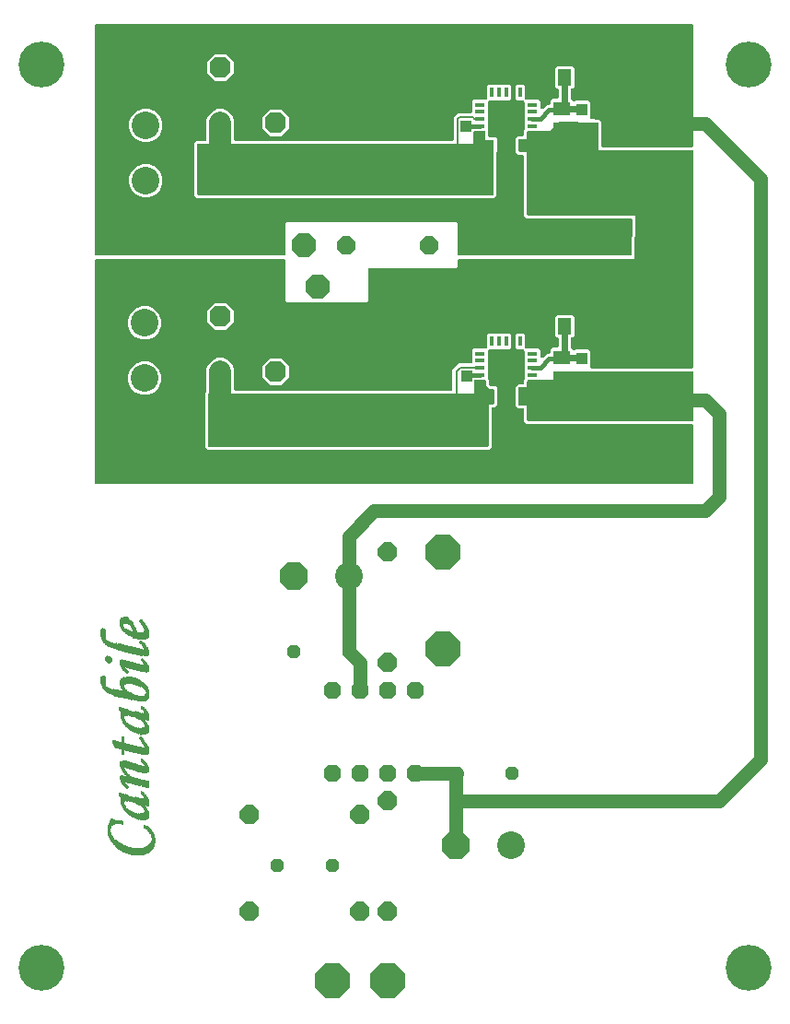
<source format=gbr>
G04 EAGLE Gerber X2 export*
%TF.Part,Single*%
%TF.FileFunction,Copper,L1,Top,Mixed*%
%TF.FilePolarity,Positive*%
%TF.GenerationSoftware,Autodesk,EAGLE,9.0.1*%
%TF.CreationDate,2018-08-29T03:15:35Z*%
G75*
%MOMM*%
%FSLAX34Y34*%
%LPD*%
%AMOC8*
5,1,8,0,0,1.08239X$1,22.5*%
G01*
%ADD10R,0.030000X0.480000*%
%ADD11R,0.030000X0.780000*%
%ADD12R,0.030000X0.960000*%
%ADD13R,0.030000X1.140000*%
%ADD14R,0.030000X1.260000*%
%ADD15R,0.030000X1.380000*%
%ADD16R,0.030000X1.500000*%
%ADD17R,0.030000X1.590000*%
%ADD18R,0.030000X1.680000*%
%ADD19R,0.030000X1.770000*%
%ADD20R,0.030000X0.930000*%
%ADD21R,0.030000X0.630000*%
%ADD22R,0.030000X0.900000*%
%ADD23R,0.030000X0.600000*%
%ADD24R,0.030000X0.870000*%
%ADD25R,0.030000X0.540000*%
%ADD26R,0.030000X0.840000*%
%ADD27R,0.030000X0.510000*%
%ADD28R,0.030000X0.450000*%
%ADD29R,0.030000X0.360000*%
%ADD30R,0.030000X0.330000*%
%ADD31R,0.030000X0.300000*%
%ADD32R,0.030000X0.420000*%
%ADD33R,0.030000X0.390000*%
%ADD34R,0.030000X0.750000*%
%ADD35R,0.030000X0.690000*%
%ADD36R,0.030000X0.660000*%
%ADD37R,0.030000X0.570000*%
%ADD38R,0.030000X0.720000*%
%ADD39R,0.030000X1.050000*%
%ADD40R,0.030000X0.810000*%
%ADD41R,0.030000X1.200000*%
%ADD42R,0.030000X1.080000*%
%ADD43R,0.030000X1.020000*%
%ADD44R,0.030000X1.290000*%
%ADD45R,0.030000X1.170000*%
%ADD46R,0.030000X0.990000*%
%ADD47R,0.030000X1.350000*%
%ADD48R,0.030000X1.230000*%
%ADD49R,0.030000X1.110000*%
%ADD50R,0.030000X1.410000*%
%ADD51R,0.030000X1.320000*%
%ADD52R,0.030000X1.470000*%
%ADD53R,0.030000X0.270000*%
%ADD54R,0.030000X0.180000*%
%ADD55R,0.030000X0.240000*%
%ADD56R,0.030000X0.120000*%
%ADD57R,0.030000X0.150000*%
%ADD58R,0.030000X1.740000*%
%ADD59R,0.030000X1.440000*%
%ADD60R,0.030000X1.890000*%
%ADD61R,0.030000X1.710000*%
%ADD62R,0.030000X0.210000*%
%ADD63R,0.030000X1.650000*%
%ADD64R,2.700000X1.600000*%
%ADD65R,1.500000X1.300000*%
%ADD66C,3.810000*%
%ADD67P,4.123906X8X112.500000*%
%ADD68R,1.100000X1.000000*%
%ADD69P,1.732040X8X112.500000*%
%ADD70C,1.600200*%
%ADD71R,1.300000X1.500000*%
%ADD72R,0.965200X0.381000*%
%ADD73R,0.381000X0.965200*%
%ADD74R,2.692400X2.692400*%
%ADD75C,2.540000*%
%ADD76R,1.000000X1.100000*%
%ADD77C,1.930400*%
%ADD78P,2.089446X8X112.500000*%
%ADD79P,2.364373X8X22.500000*%
%ADD80P,1.814519X8X202.500000*%
%ADD81P,2.336880X8X292.500000*%
%ADD82P,1.732040X8X22.500000*%
%ADD83P,1.924489X8X292.500000*%
%ADD84P,1.924489X8X202.500000*%
%ADD85P,3.409096X8X22.500000*%
%ADD86P,1.319650X8X22.500000*%
%ADD87P,2.749271X8X202.500000*%
%ADD88P,1.319650X8X202.500000*%
%ADD89C,2.000000*%
%ADD90C,0.203200*%
%ADD91C,0.304800*%
%ADD92C,1.270000*%
%ADD93C,0.609600*%
%ADD94C,0.406400*%
%ADD95C,4.216000*%
%ADD96C,0.254000*%
%ADD97C,0.904800*%

G36*
X647950Y494885D02*
X647950Y494885D01*
X647976Y494883D01*
X648123Y494905D01*
X648270Y494922D01*
X648294Y494930D01*
X648320Y494934D01*
X648458Y494989D01*
X648598Y495039D01*
X648620Y495053D01*
X648644Y495063D01*
X648766Y495147D01*
X648891Y495228D01*
X648909Y495247D01*
X648930Y495262D01*
X649030Y495372D01*
X649133Y495479D01*
X649146Y495501D01*
X649164Y495521D01*
X649236Y495651D01*
X649312Y495778D01*
X649320Y495803D01*
X649332Y495826D01*
X649373Y495969D01*
X649418Y496110D01*
X649420Y496136D01*
X649427Y496161D01*
X649447Y496405D01*
X649447Y548132D01*
X649444Y548158D01*
X649446Y548184D01*
X649424Y548331D01*
X649407Y548478D01*
X649398Y548503D01*
X649394Y548529D01*
X649339Y548667D01*
X649289Y548806D01*
X649275Y548828D01*
X649266Y548853D01*
X649181Y548974D01*
X649100Y549099D01*
X649082Y549117D01*
X649067Y549139D01*
X648957Y549238D01*
X648850Y549341D01*
X648827Y549355D01*
X648808Y549372D01*
X648678Y549444D01*
X648551Y549520D01*
X648526Y549528D01*
X648503Y549541D01*
X648360Y549581D01*
X648219Y549626D01*
X648193Y549628D01*
X648167Y549636D01*
X647924Y549655D01*
X496151Y549655D01*
X493770Y552036D01*
X493770Y562737D01*
X493767Y562763D01*
X493769Y562789D01*
X493747Y562936D01*
X493730Y563083D01*
X493722Y563108D01*
X493718Y563134D01*
X493663Y563272D01*
X493613Y563411D01*
X493599Y563433D01*
X493589Y563458D01*
X493504Y563579D01*
X493424Y563704D01*
X493405Y563722D01*
X493390Y563744D01*
X493280Y563843D01*
X493173Y563946D01*
X493151Y563960D01*
X493131Y563977D01*
X493001Y564049D01*
X492874Y564125D01*
X492849Y564133D01*
X492826Y564146D01*
X492683Y564186D01*
X492542Y564231D01*
X492516Y564233D01*
X492491Y564241D01*
X492247Y564260D01*
X487896Y564260D01*
X485515Y566641D01*
X485515Y583979D01*
X487896Y586360D01*
X492247Y586360D01*
X492273Y586363D01*
X492299Y586361D01*
X492446Y586383D01*
X492593Y586400D01*
X492618Y586408D01*
X492644Y586412D01*
X492782Y586467D01*
X492921Y586517D01*
X492943Y586531D01*
X492968Y586541D01*
X493089Y586626D01*
X493214Y586706D01*
X493232Y586725D01*
X493254Y586740D01*
X493353Y586850D01*
X493456Y586957D01*
X493470Y586979D01*
X493487Y586999D01*
X493559Y587129D01*
X493635Y587256D01*
X493643Y587281D01*
X493656Y587304D01*
X493696Y587447D01*
X493741Y587588D01*
X493743Y587614D01*
X493751Y587639D01*
X493770Y587883D01*
X493770Y590689D01*
X493789Y590754D01*
X493794Y590815D01*
X493801Y590849D01*
X493800Y590897D01*
X493808Y590998D01*
X493808Y616814D01*
X493805Y616840D01*
X493807Y616866D01*
X493785Y617013D01*
X493768Y617160D01*
X493760Y617184D01*
X493756Y617210D01*
X493701Y617348D01*
X493651Y617488D01*
X493637Y617510D01*
X493627Y617534D01*
X493543Y617656D01*
X493462Y617781D01*
X493443Y617799D01*
X493428Y617820D01*
X493318Y617920D01*
X493211Y618023D01*
X493189Y618036D01*
X493169Y618054D01*
X493039Y618126D01*
X492912Y618202D01*
X492887Y618210D01*
X492864Y618222D01*
X492721Y618263D01*
X492580Y618308D01*
X492554Y618310D01*
X492529Y618317D01*
X492285Y618337D01*
X487042Y618337D01*
X485553Y619825D01*
X485553Y631582D01*
X487042Y633070D01*
X492957Y633070D01*
X494445Y631582D01*
X494445Y620497D01*
X494448Y620470D01*
X494446Y620444D01*
X494468Y620298D01*
X494485Y620150D01*
X494494Y620126D01*
X494497Y620100D01*
X494552Y619962D01*
X494602Y619822D01*
X494616Y619800D01*
X494626Y619776D01*
X494711Y619654D01*
X494791Y619529D01*
X494810Y619511D01*
X494825Y619490D01*
X494935Y619391D01*
X495042Y619287D01*
X495064Y619274D01*
X495084Y619256D01*
X495214Y619184D01*
X495341Y619108D01*
X495366Y619100D01*
X495389Y619088D01*
X495532Y619047D01*
X495673Y619002D01*
X495699Y619000D01*
X495724Y618993D01*
X495968Y618973D01*
X507054Y618973D01*
X508542Y617485D01*
X508542Y612036D01*
X508553Y611936D01*
X508555Y611836D01*
X508573Y611764D01*
X508582Y611690D01*
X508616Y611595D01*
X508640Y611498D01*
X508674Y611432D01*
X508699Y611362D01*
X508754Y611277D01*
X508800Y611188D01*
X508848Y611131D01*
X508888Y611069D01*
X508960Y610999D01*
X509026Y610923D01*
X509085Y610878D01*
X509139Y610827D01*
X509225Y610775D01*
X509306Y610716D01*
X509374Y610686D01*
X509438Y610648D01*
X509534Y610617D01*
X509626Y610578D01*
X509699Y610564D01*
X509770Y610542D01*
X509870Y610534D01*
X509969Y610516D01*
X510043Y610520D01*
X510117Y610514D01*
X510217Y610529D01*
X510317Y610534D01*
X510388Y610554D01*
X510462Y610565D01*
X510555Y610603D01*
X510652Y610630D01*
X510717Y610667D01*
X510786Y610694D01*
X510868Y610751D01*
X510956Y610800D01*
X511032Y610866D01*
X511072Y610893D01*
X511096Y610920D01*
X511142Y610959D01*
X512159Y611976D01*
X513660Y613477D01*
X515340Y614173D01*
X516281Y614173D01*
X516307Y614176D01*
X516333Y614174D01*
X516480Y614196D01*
X516627Y614213D01*
X516652Y614221D01*
X516678Y614225D01*
X516816Y614280D01*
X516955Y614330D01*
X516978Y614344D01*
X517002Y614354D01*
X517123Y614439D01*
X517248Y614519D01*
X517267Y614538D01*
X517288Y614553D01*
X517387Y614663D01*
X517490Y614770D01*
X517504Y614792D01*
X517521Y614812D01*
X517593Y614942D01*
X517669Y615069D01*
X517677Y615094D01*
X517690Y615117D01*
X517730Y615260D01*
X517775Y615401D01*
X517778Y615427D01*
X517785Y615452D01*
X517804Y615696D01*
X517804Y618626D01*
X519293Y620114D01*
X523883Y620114D01*
X523909Y620117D01*
X523935Y620115D01*
X524082Y620137D01*
X524229Y620154D01*
X524254Y620163D01*
X524280Y620167D01*
X524418Y620222D01*
X524557Y620272D01*
X524580Y620286D01*
X524604Y620296D01*
X524725Y620380D01*
X524850Y620461D01*
X524869Y620480D01*
X524890Y620495D01*
X524989Y620604D01*
X525092Y620711D01*
X525106Y620734D01*
X525123Y620753D01*
X525195Y620883D01*
X525271Y621010D01*
X525279Y621035D01*
X525292Y621058D01*
X525332Y621201D01*
X525377Y621342D01*
X525380Y621369D01*
X525387Y621394D01*
X525406Y621638D01*
X525406Y628110D01*
X525403Y628136D01*
X525405Y628162D01*
X525383Y628309D01*
X525366Y628456D01*
X525358Y628480D01*
X525354Y628506D01*
X525299Y628644D01*
X525249Y628784D01*
X525235Y628806D01*
X525225Y628830D01*
X525141Y628952D01*
X525060Y629077D01*
X525041Y629095D01*
X525026Y629116D01*
X524916Y629216D01*
X524809Y629319D01*
X524787Y629332D01*
X524767Y629350D01*
X524637Y629422D01*
X524510Y629498D01*
X524485Y629506D01*
X524462Y629518D01*
X524319Y629559D01*
X524178Y629604D01*
X524152Y629606D01*
X524127Y629613D01*
X523883Y629633D01*
X523443Y629633D01*
X521954Y631121D01*
X521954Y648226D01*
X523443Y649714D01*
X538548Y649714D01*
X540036Y648226D01*
X540036Y631121D01*
X538548Y629633D01*
X538107Y629633D01*
X538081Y629630D01*
X538055Y629632D01*
X537908Y629610D01*
X537761Y629593D01*
X537736Y629584D01*
X537710Y629580D01*
X537572Y629525D01*
X537433Y629475D01*
X537411Y629461D01*
X537386Y629452D01*
X537265Y629367D01*
X537140Y629286D01*
X537122Y629268D01*
X537100Y629253D01*
X537001Y629143D01*
X536898Y629036D01*
X536884Y629013D01*
X536867Y628994D01*
X536795Y628864D01*
X536719Y628737D01*
X536711Y628712D01*
X536698Y628689D01*
X536658Y628546D01*
X536613Y628405D01*
X536611Y628379D01*
X536603Y628353D01*
X536584Y628110D01*
X536584Y620559D01*
X536598Y620433D01*
X536605Y620307D01*
X536618Y620261D01*
X536624Y620213D01*
X536666Y620094D01*
X536701Y619972D01*
X536725Y619930D01*
X536741Y619885D01*
X536810Y619778D01*
X536871Y619668D01*
X536911Y619622D01*
X536930Y619592D01*
X536965Y619558D01*
X537030Y619482D01*
X537906Y618605D01*
X537917Y618563D01*
X537926Y618489D01*
X537960Y618394D01*
X537984Y618297D01*
X538018Y618231D01*
X538043Y618161D01*
X538098Y618076D01*
X538144Y617987D01*
X538192Y617930D01*
X538232Y617868D01*
X538304Y617798D01*
X538370Y617721D01*
X538429Y617677D01*
X538483Y617626D01*
X538569Y617574D01*
X538650Y617514D01*
X538718Y617485D01*
X538782Y617447D01*
X538877Y617416D01*
X538970Y617376D01*
X539043Y617363D01*
X539114Y617341D01*
X539214Y617332D01*
X539313Y617315D01*
X539387Y617319D01*
X539461Y617313D01*
X539561Y617327D01*
X539661Y617333D01*
X539732Y617353D01*
X539806Y617364D01*
X539899Y617401D01*
X539996Y617429D01*
X540061Y617465D01*
X540130Y617493D01*
X540212Y617550D01*
X540300Y617599D01*
X540377Y617664D01*
X540416Y617692D01*
X540440Y617718D01*
X540486Y617758D01*
X540843Y618114D01*
X552948Y618114D01*
X554436Y616626D01*
X554436Y603510D01*
X554417Y603486D01*
X554347Y603414D01*
X554309Y603350D01*
X554263Y603292D01*
X554220Y603201D01*
X554169Y603115D01*
X554146Y603044D01*
X554114Y602977D01*
X554093Y602879D01*
X554062Y602783D01*
X554056Y602709D01*
X554041Y602636D01*
X554043Y602536D01*
X554034Y602436D01*
X554045Y602362D01*
X554047Y602288D01*
X554071Y602190D01*
X554086Y602091D01*
X554114Y602022D01*
X554132Y601950D01*
X554178Y601861D01*
X554215Y601767D01*
X554257Y601706D01*
X554291Y601640D01*
X554357Y601564D01*
X554414Y601481D01*
X554469Y601431D01*
X554517Y601375D01*
X554598Y601315D01*
X554673Y601248D01*
X554738Y601212D01*
X554797Y601167D01*
X554890Y601128D01*
X554978Y601079D01*
X555049Y601059D01*
X555117Y601029D01*
X555216Y601012D01*
X555313Y600984D01*
X555413Y600976D01*
X555460Y600968D01*
X555496Y600970D01*
X555557Y600965D01*
X647924Y600965D01*
X647950Y600968D01*
X647976Y600966D01*
X648123Y600988D01*
X648270Y601005D01*
X648294Y601013D01*
X648320Y601017D01*
X648458Y601072D01*
X648598Y601122D01*
X648620Y601136D01*
X648644Y601146D01*
X648766Y601231D01*
X648891Y601311D01*
X648909Y601330D01*
X648930Y601345D01*
X649030Y601455D01*
X649133Y601562D01*
X649146Y601584D01*
X649164Y601604D01*
X649236Y601734D01*
X649312Y601861D01*
X649320Y601886D01*
X649332Y601909D01*
X649373Y602052D01*
X649418Y602193D01*
X649420Y602219D01*
X649427Y602244D01*
X649447Y602488D01*
X649447Y800100D01*
X649444Y800126D01*
X649446Y800152D01*
X649424Y800299D01*
X649407Y800446D01*
X649398Y800471D01*
X649394Y800497D01*
X649339Y800635D01*
X649289Y800774D01*
X649275Y800796D01*
X649266Y800821D01*
X649181Y800942D01*
X649100Y801067D01*
X649082Y801085D01*
X649067Y801107D01*
X648957Y801206D01*
X648850Y801309D01*
X648827Y801323D01*
X648808Y801340D01*
X648678Y801412D01*
X648551Y801488D01*
X648526Y801496D01*
X648503Y801509D01*
X648360Y801549D01*
X648219Y801594D01*
X648193Y801596D01*
X648167Y801604D01*
X647924Y801623D01*
X562223Y801623D01*
X562223Y825500D01*
X562222Y825512D01*
X562223Y825524D01*
X562202Y825686D01*
X562183Y825846D01*
X562179Y825858D01*
X562178Y825870D01*
X562120Y826022D01*
X562066Y826174D01*
X562059Y826184D01*
X562055Y826196D01*
X561965Y826331D01*
X561877Y826467D01*
X561868Y826475D01*
X561861Y826486D01*
X561742Y826597D01*
X561626Y826709D01*
X561616Y826716D01*
X561607Y826724D01*
X561466Y826805D01*
X561327Y826888D01*
X561316Y826892D01*
X561305Y826898D01*
X561150Y826945D01*
X560995Y826994D01*
X560983Y826995D01*
X560972Y826999D01*
X560728Y827023D01*
X526438Y827658D01*
X526298Y827645D01*
X526158Y827637D01*
X526125Y827628D01*
X526091Y827625D01*
X525958Y827580D01*
X525823Y827541D01*
X525794Y827524D01*
X525761Y827513D01*
X525642Y827439D01*
X525519Y827371D01*
X525487Y827343D01*
X525465Y827330D01*
X525429Y827294D01*
X525333Y827212D01*
X517524Y819403D01*
X497835Y819403D01*
X497809Y819400D01*
X497783Y819402D01*
X497636Y819380D01*
X497489Y819363D01*
X497464Y819355D01*
X497438Y819351D01*
X497300Y819296D01*
X497161Y819246D01*
X497139Y819232D01*
X497114Y819222D01*
X496993Y819137D01*
X496868Y819057D01*
X496850Y819038D01*
X496828Y819023D01*
X496729Y818913D01*
X496626Y818806D01*
X496612Y818784D01*
X496595Y818764D01*
X496523Y818634D01*
X496447Y818507D01*
X496439Y818482D01*
X496426Y818459D01*
X496386Y818316D01*
X496341Y818175D01*
X496339Y818149D01*
X496331Y818124D01*
X496312Y817880D01*
X496312Y811783D01*
X489580Y811783D01*
X489554Y811780D01*
X489528Y811782D01*
X489381Y811760D01*
X489234Y811743D01*
X489209Y811735D01*
X489183Y811731D01*
X489045Y811676D01*
X488906Y811626D01*
X488884Y811612D01*
X488859Y811602D01*
X488738Y811517D01*
X488613Y811437D01*
X488595Y811418D01*
X488573Y811403D01*
X488474Y811293D01*
X488371Y811186D01*
X488357Y811164D01*
X488340Y811144D01*
X488268Y811014D01*
X488192Y810887D01*
X488184Y810862D01*
X488171Y810839D01*
X488131Y810696D01*
X488086Y810555D01*
X488084Y810529D01*
X488076Y810504D01*
X488057Y810260D01*
X488057Y801370D01*
X488060Y801344D01*
X488058Y801318D01*
X488080Y801171D01*
X488097Y801024D01*
X488105Y800999D01*
X488109Y800973D01*
X488164Y800835D01*
X488214Y800696D01*
X488228Y800674D01*
X488238Y800649D01*
X488323Y800528D01*
X488403Y800403D01*
X488422Y800385D01*
X488437Y800363D01*
X488547Y800264D01*
X488654Y800161D01*
X488676Y800147D01*
X488696Y800130D01*
X488826Y800058D01*
X488953Y799982D01*
X488978Y799974D01*
X489001Y799961D01*
X489144Y799921D01*
X489285Y799876D01*
X489311Y799874D01*
X489336Y799866D01*
X489580Y799847D01*
X495677Y799847D01*
X495677Y742950D01*
X495679Y742927D01*
X495677Y742905D01*
X495699Y742755D01*
X495717Y742604D01*
X495724Y742582D01*
X495728Y742560D01*
X495783Y742419D01*
X495834Y742276D01*
X495847Y742257D01*
X495855Y742235D01*
X495941Y742110D01*
X496023Y741983D01*
X496039Y741967D01*
X496052Y741948D01*
X496165Y741846D01*
X496274Y741741D01*
X496293Y741729D01*
X496310Y741714D01*
X496443Y741640D01*
X496573Y741562D01*
X496595Y741555D01*
X496614Y741544D01*
X496761Y741502D01*
X496905Y741456D01*
X496928Y741454D01*
X496949Y741448D01*
X497193Y741427D01*
X595606Y740982D01*
X595196Y701128D01*
X434081Y701128D01*
X434055Y701125D01*
X434029Y701127D01*
X433882Y701105D01*
X433735Y701088D01*
X433710Y701079D01*
X433684Y701076D01*
X433546Y701021D01*
X433407Y700971D01*
X433385Y700957D01*
X433360Y700947D01*
X433239Y700862D01*
X433114Y700782D01*
X433096Y700763D01*
X433074Y700748D01*
X432975Y700638D01*
X432872Y700531D01*
X432858Y700509D01*
X432841Y700489D01*
X432769Y700359D01*
X432693Y700232D01*
X432685Y700207D01*
X432672Y700184D01*
X432632Y700041D01*
X432587Y699900D01*
X432585Y699874D01*
X432577Y699849D01*
X432558Y699605D01*
X432558Y694483D01*
X431367Y693292D01*
X351531Y693292D01*
X351505Y693289D01*
X351479Y693291D01*
X351332Y693269D01*
X351185Y693252D01*
X351160Y693244D01*
X351134Y693240D01*
X350996Y693185D01*
X350857Y693135D01*
X350835Y693121D01*
X350810Y693111D01*
X350689Y693026D01*
X350564Y692946D01*
X350546Y692927D01*
X350524Y692912D01*
X350425Y692802D01*
X350322Y692695D01*
X350308Y692673D01*
X350291Y692653D01*
X350219Y692523D01*
X350143Y692396D01*
X350135Y692371D01*
X350122Y692348D01*
X350082Y692205D01*
X350037Y692064D01*
X350035Y692038D01*
X350027Y692013D01*
X350008Y691769D01*
X350008Y662733D01*
X348817Y661542D01*
X275383Y661542D01*
X274192Y662733D01*
X274192Y699605D01*
X274189Y699631D01*
X274191Y699657D01*
X274169Y699804D01*
X274152Y699951D01*
X274144Y699976D01*
X274140Y700002D01*
X274085Y700140D01*
X274035Y700279D01*
X274021Y700301D01*
X274011Y700326D01*
X273926Y700447D01*
X273846Y700572D01*
X273827Y700590D01*
X273812Y700612D01*
X273702Y700711D01*
X273595Y700814D01*
X273573Y700828D01*
X273553Y700845D01*
X273423Y700917D01*
X273296Y700993D01*
X273271Y701001D01*
X273248Y701014D01*
X273105Y701054D01*
X272964Y701099D01*
X272938Y701101D01*
X272913Y701109D01*
X272669Y701128D01*
X99924Y701128D01*
X99897Y701125D01*
X99871Y701127D01*
X99725Y701105D01*
X99577Y701088D01*
X99553Y701079D01*
X99527Y701076D01*
X99389Y701021D01*
X99249Y700971D01*
X99227Y700957D01*
X99203Y700947D01*
X99081Y700862D01*
X98956Y700782D01*
X98938Y700763D01*
X98917Y700748D01*
X98818Y700638D01*
X98714Y700531D01*
X98701Y700509D01*
X98683Y700489D01*
X98612Y700359D01*
X98535Y700232D01*
X98527Y700207D01*
X98515Y700184D01*
X98474Y700041D01*
X98429Y699900D01*
X98427Y699874D01*
X98420Y699849D01*
X98400Y699605D01*
X98400Y496405D01*
X98403Y496379D01*
X98401Y496353D01*
X98423Y496206D01*
X98440Y496059D01*
X98449Y496034D01*
X98453Y496008D01*
X98508Y495870D01*
X98558Y495731D01*
X98572Y495709D01*
X98582Y495684D01*
X98666Y495563D01*
X98747Y495438D01*
X98766Y495420D01*
X98781Y495398D01*
X98890Y495299D01*
X98997Y495196D01*
X99020Y495182D01*
X99039Y495165D01*
X99169Y495093D01*
X99296Y495017D01*
X99321Y495009D01*
X99344Y494996D01*
X99487Y494956D01*
X99628Y494911D01*
X99655Y494908D01*
X99680Y494901D01*
X99924Y494882D01*
X647924Y494882D01*
X647950Y494885D01*
G37*
G36*
X272695Y704435D02*
X272695Y704435D01*
X272721Y704433D01*
X272868Y704455D01*
X273015Y704472D01*
X273040Y704480D01*
X273066Y704484D01*
X273204Y704539D01*
X273343Y704589D01*
X273365Y704603D01*
X273390Y704613D01*
X273511Y704697D01*
X273636Y704778D01*
X273654Y704797D01*
X273676Y704812D01*
X273775Y704922D01*
X273878Y705029D01*
X273892Y705051D01*
X273909Y705071D01*
X273981Y705201D01*
X274057Y705328D01*
X274065Y705353D01*
X274078Y705376D01*
X274118Y705519D01*
X274163Y705660D01*
X274165Y705686D01*
X274173Y705711D01*
X274192Y705955D01*
X274192Y734267D01*
X275383Y735458D01*
X431367Y735458D01*
X432558Y734267D01*
X432558Y705955D01*
X432561Y705929D01*
X432559Y705903D01*
X432581Y705756D01*
X432598Y705609D01*
X432606Y705584D01*
X432610Y705558D01*
X432665Y705420D01*
X432715Y705281D01*
X432729Y705259D01*
X432739Y705234D01*
X432824Y705113D01*
X432904Y704988D01*
X432923Y704970D01*
X432938Y704948D01*
X433048Y704849D01*
X433155Y704746D01*
X433177Y704732D01*
X433197Y704715D01*
X433327Y704643D01*
X433454Y704567D01*
X433479Y704559D01*
X433502Y704546D01*
X433645Y704506D01*
X433786Y704461D01*
X433812Y704458D01*
X433837Y704451D01*
X434081Y704432D01*
X591180Y704432D01*
X591199Y704434D01*
X591217Y704432D01*
X591372Y704454D01*
X591527Y704472D01*
X591544Y704478D01*
X591562Y704480D01*
X591708Y704536D01*
X591855Y704589D01*
X591870Y704599D01*
X591887Y704606D01*
X592016Y704693D01*
X592147Y704778D01*
X592160Y704791D01*
X592175Y704802D01*
X592281Y704916D01*
X592390Y705029D01*
X592399Y705044D01*
X592411Y705058D01*
X592488Y705194D01*
X592568Y705328D01*
X592574Y705345D01*
X592583Y705361D01*
X592627Y705512D01*
X592675Y705660D01*
X592676Y705678D01*
X592681Y705696D01*
X592703Y705939D01*
X593023Y736920D01*
X593020Y736950D01*
X593022Y736981D01*
X593002Y737123D01*
X592987Y737266D01*
X592977Y737295D01*
X592972Y737326D01*
X592920Y737460D01*
X592872Y737596D01*
X592856Y737622D01*
X592845Y737650D01*
X592763Y737769D01*
X592686Y737890D01*
X592665Y737912D01*
X592647Y737937D01*
X592541Y738034D01*
X592438Y738135D01*
X592412Y738151D01*
X592390Y738172D01*
X592264Y738242D01*
X592141Y738317D01*
X592112Y738327D01*
X592085Y738342D01*
X591947Y738382D01*
X591810Y738427D01*
X591780Y738430D01*
X591750Y738438D01*
X591507Y738459D01*
X497195Y738885D01*
X497193Y738885D01*
X497189Y738885D01*
X495506Y738885D01*
X494323Y740078D01*
X494321Y740080D01*
X494318Y740083D01*
X493128Y741274D01*
X493135Y742955D01*
X493135Y742958D01*
X493135Y742962D01*
X493135Y795782D01*
X493132Y795808D01*
X493134Y795834D01*
X493112Y795981D01*
X493095Y796128D01*
X493087Y796153D01*
X493083Y796179D01*
X493028Y796317D01*
X492978Y796456D01*
X492964Y796478D01*
X492954Y796503D01*
X492869Y796624D01*
X492789Y796749D01*
X492770Y796767D01*
X492755Y796789D01*
X492645Y796888D01*
X492538Y796991D01*
X492516Y797005D01*
X492496Y797022D01*
X492366Y797094D01*
X492239Y797170D01*
X492214Y797178D01*
X492191Y797191D01*
X492048Y797231D01*
X491907Y797276D01*
X491881Y797278D01*
X491856Y797286D01*
X491612Y797305D01*
X487896Y797305D01*
X485515Y799686D01*
X485515Y811944D01*
X487896Y814325D01*
X492247Y814325D01*
X492273Y814328D01*
X492299Y814326D01*
X492446Y814348D01*
X492593Y814365D01*
X492618Y814373D01*
X492644Y814377D01*
X492782Y814432D01*
X492921Y814482D01*
X492943Y814496D01*
X492968Y814506D01*
X493089Y814591D01*
X493214Y814671D01*
X493232Y814690D01*
X493254Y814705D01*
X493353Y814815D01*
X493456Y814922D01*
X493470Y814944D01*
X493487Y814964D01*
X493559Y815094D01*
X493635Y815221D01*
X493643Y815246D01*
X493656Y815269D01*
X493696Y815412D01*
X493741Y815553D01*
X493743Y815579D01*
X493751Y815604D01*
X493770Y815848D01*
X493770Y819924D01*
X493789Y819989D01*
X493794Y820050D01*
X493801Y820084D01*
X493800Y820132D01*
X493808Y820233D01*
X493808Y845414D01*
X493805Y845440D01*
X493807Y845466D01*
X493785Y845613D01*
X493768Y845760D01*
X493760Y845784D01*
X493756Y845810D01*
X493701Y845948D01*
X493651Y846088D01*
X493637Y846110D01*
X493627Y846134D01*
X493543Y846256D01*
X493462Y846381D01*
X493443Y846399D01*
X493428Y846420D01*
X493318Y846520D01*
X493211Y846623D01*
X493189Y846636D01*
X493169Y846654D01*
X493039Y846726D01*
X492912Y846802D01*
X492887Y846810D01*
X492864Y846822D01*
X492721Y846863D01*
X492580Y846908D01*
X492554Y846910D01*
X492529Y846917D01*
X492285Y846937D01*
X487042Y846937D01*
X485553Y848425D01*
X485553Y860182D01*
X487042Y861670D01*
X492957Y861670D01*
X494445Y860182D01*
X494445Y849097D01*
X494446Y849089D01*
X494446Y849088D01*
X494446Y849087D01*
X494448Y849070D01*
X494446Y849044D01*
X494468Y848898D01*
X494485Y848750D01*
X494494Y848726D01*
X494497Y848700D01*
X494552Y848562D01*
X494602Y848422D01*
X494616Y848400D01*
X494626Y848376D01*
X494711Y848254D01*
X494791Y848129D01*
X494810Y848111D01*
X494825Y848090D01*
X494935Y847991D01*
X495042Y847887D01*
X495064Y847874D01*
X495084Y847856D01*
X495214Y847784D01*
X495341Y847708D01*
X495366Y847700D01*
X495389Y847688D01*
X495532Y847647D01*
X495673Y847602D01*
X495699Y847600D01*
X495724Y847593D01*
X495968Y847573D01*
X507054Y847573D01*
X508542Y846085D01*
X508542Y840636D01*
X508553Y840536D01*
X508555Y840436D01*
X508573Y840364D01*
X508582Y840290D01*
X508616Y840195D01*
X508640Y840098D01*
X508674Y840032D01*
X508699Y839962D01*
X508754Y839877D01*
X508800Y839788D01*
X508848Y839731D01*
X508888Y839669D01*
X508960Y839599D01*
X509026Y839523D01*
X509085Y839478D01*
X509139Y839427D01*
X509225Y839375D01*
X509306Y839316D01*
X509374Y839286D01*
X509438Y839248D01*
X509534Y839217D01*
X509626Y839178D01*
X509699Y839164D01*
X509770Y839142D01*
X509870Y839134D01*
X509969Y839116D01*
X510043Y839120D01*
X510117Y839114D01*
X510217Y839129D01*
X510317Y839134D01*
X510388Y839154D01*
X510462Y839165D01*
X510555Y839203D01*
X510652Y839230D01*
X510717Y839267D01*
X510786Y839294D01*
X510868Y839351D01*
X510956Y839400D01*
X511033Y839466D01*
X511072Y839493D01*
X511096Y839519D01*
X511142Y839559D01*
X512159Y840576D01*
X513660Y842077D01*
X515340Y842773D01*
X516281Y842773D01*
X516307Y842776D01*
X516333Y842774D01*
X516480Y842796D01*
X516627Y842813D01*
X516652Y842821D01*
X516678Y842825D01*
X516816Y842880D01*
X516955Y842930D01*
X516978Y842944D01*
X517002Y842954D01*
X517123Y843039D01*
X517248Y843119D01*
X517267Y843138D01*
X517288Y843153D01*
X517387Y843263D01*
X517490Y843370D01*
X517504Y843392D01*
X517521Y843412D01*
X517593Y843542D01*
X517669Y843669D01*
X517677Y843694D01*
X517690Y843717D01*
X517730Y843860D01*
X517775Y844001D01*
X517778Y844027D01*
X517785Y844052D01*
X517804Y844296D01*
X517804Y847226D01*
X519293Y848714D01*
X523883Y848714D01*
X523909Y848717D01*
X523935Y848715D01*
X524082Y848737D01*
X524229Y848754D01*
X524254Y848763D01*
X524280Y848767D01*
X524418Y848822D01*
X524557Y848872D01*
X524580Y848886D01*
X524604Y848896D01*
X524725Y848980D01*
X524850Y849061D01*
X524869Y849080D01*
X524890Y849095D01*
X524989Y849204D01*
X525092Y849311D01*
X525106Y849334D01*
X525123Y849353D01*
X525195Y849483D01*
X525271Y849610D01*
X525279Y849635D01*
X525292Y849658D01*
X525332Y849801D01*
X525377Y849942D01*
X525380Y849969D01*
X525387Y849994D01*
X525406Y850238D01*
X525406Y856710D01*
X525403Y856736D01*
X525405Y856762D01*
X525383Y856909D01*
X525366Y857056D01*
X525358Y857080D01*
X525354Y857106D01*
X525299Y857244D01*
X525249Y857384D01*
X525235Y857406D01*
X525225Y857430D01*
X525141Y857552D01*
X525060Y857677D01*
X525041Y857695D01*
X525026Y857716D01*
X524916Y857816D01*
X524809Y857919D01*
X524787Y857932D01*
X524767Y857950D01*
X524637Y858022D01*
X524510Y858098D01*
X524485Y858106D01*
X524462Y858118D01*
X524319Y858159D01*
X524178Y858204D01*
X524152Y858206D01*
X524127Y858213D01*
X523883Y858233D01*
X523443Y858233D01*
X521954Y859721D01*
X521954Y876826D01*
X523443Y878314D01*
X538548Y878314D01*
X540036Y876826D01*
X540036Y859721D01*
X538548Y858233D01*
X538107Y858233D01*
X538081Y858230D01*
X538055Y858232D01*
X537908Y858210D01*
X537761Y858193D01*
X537736Y858184D01*
X537710Y858180D01*
X537572Y858125D01*
X537433Y858075D01*
X537411Y858061D01*
X537386Y858052D01*
X537265Y857967D01*
X537140Y857886D01*
X537122Y857868D01*
X537100Y857853D01*
X537001Y857743D01*
X536898Y857636D01*
X536884Y857613D01*
X536867Y857594D01*
X536795Y857464D01*
X536719Y857337D01*
X536711Y857312D01*
X536698Y857289D01*
X536658Y857146D01*
X536613Y857005D01*
X536611Y856979D01*
X536603Y856953D01*
X536584Y856710D01*
X536584Y849159D01*
X536598Y849033D01*
X536605Y848907D01*
X536618Y848861D01*
X536624Y848813D01*
X536666Y848694D01*
X536701Y848572D01*
X536725Y848530D01*
X536741Y848485D01*
X536810Y848378D01*
X536871Y848268D01*
X536911Y848222D01*
X536930Y848192D01*
X536965Y848158D01*
X536968Y848155D01*
X536983Y848134D01*
X536997Y848121D01*
X537030Y848082D01*
X537906Y847205D01*
X537917Y847163D01*
X537926Y847089D01*
X537960Y846994D01*
X537984Y846897D01*
X538018Y846831D01*
X538043Y846761D01*
X538098Y846676D01*
X538144Y846587D01*
X538192Y846530D01*
X538232Y846468D01*
X538304Y846398D01*
X538370Y846321D01*
X538429Y846277D01*
X538483Y846226D01*
X538569Y846174D01*
X538650Y846114D01*
X538718Y846085D01*
X538782Y846047D01*
X538877Y846016D01*
X538970Y845976D01*
X539043Y845963D01*
X539114Y845941D01*
X539214Y845932D01*
X539313Y845915D01*
X539387Y845919D01*
X539461Y845913D01*
X539561Y845927D01*
X539661Y845933D01*
X539732Y845953D01*
X539806Y845964D01*
X539899Y846001D01*
X539996Y846029D01*
X540061Y846065D01*
X540130Y846093D01*
X540212Y846150D01*
X540300Y846199D01*
X540377Y846264D01*
X540416Y846292D01*
X540440Y846318D01*
X540486Y846358D01*
X540843Y846714D01*
X552948Y846714D01*
X554436Y845226D01*
X554436Y832093D01*
X554413Y832056D01*
X554358Y831987D01*
X554321Y831908D01*
X554275Y831835D01*
X554246Y831751D01*
X554209Y831671D01*
X554190Y831587D01*
X554163Y831505D01*
X554154Y831417D01*
X554135Y831331D01*
X554137Y831244D01*
X554128Y831158D01*
X554140Y831071D01*
X554141Y830982D01*
X554162Y830899D01*
X554174Y830813D01*
X554205Y830730D01*
X554226Y830644D01*
X554266Y830567D01*
X554296Y830487D01*
X554345Y830413D01*
X554386Y830334D01*
X554442Y830269D01*
X554490Y830197D01*
X554554Y830136D01*
X554612Y830069D01*
X554681Y830018D01*
X554744Y829959D01*
X554821Y829915D01*
X554892Y829862D01*
X554971Y829828D01*
X555046Y829785D01*
X555131Y829759D01*
X555212Y829724D01*
X555297Y829709D01*
X555380Y829684D01*
X555506Y829671D01*
X555555Y829662D01*
X555581Y829664D01*
X555623Y829659D01*
X560724Y829565D01*
X560735Y829566D01*
X560752Y829565D01*
X562428Y829565D01*
X563591Y828358D01*
X563600Y828351D01*
X563611Y828338D01*
X564796Y827152D01*
X564765Y825476D01*
X564766Y825465D01*
X564765Y825448D01*
X564765Y805688D01*
X564768Y805662D01*
X564766Y805636D01*
X564788Y805489D01*
X564805Y805342D01*
X564813Y805317D01*
X564817Y805291D01*
X564872Y805153D01*
X564922Y805014D01*
X564936Y804992D01*
X564946Y804967D01*
X565031Y804846D01*
X565111Y804721D01*
X565130Y804703D01*
X565145Y804681D01*
X565255Y804582D01*
X565362Y804479D01*
X565384Y804465D01*
X565404Y804448D01*
X565534Y804376D01*
X565661Y804300D01*
X565686Y804292D01*
X565709Y804279D01*
X565852Y804239D01*
X565993Y804194D01*
X566019Y804192D01*
X566044Y804184D01*
X566288Y804165D01*
X647924Y804165D01*
X647950Y804168D01*
X647976Y804166D01*
X648123Y804188D01*
X648270Y804205D01*
X648294Y804213D01*
X648320Y804217D01*
X648458Y804272D01*
X648598Y804322D01*
X648620Y804336D01*
X648644Y804346D01*
X648766Y804431D01*
X648891Y804511D01*
X648909Y804530D01*
X648930Y804545D01*
X649030Y804655D01*
X649133Y804762D01*
X649146Y804784D01*
X649164Y804804D01*
X649236Y804934D01*
X649312Y805061D01*
X649320Y805086D01*
X649332Y805109D01*
X649373Y805252D01*
X649418Y805393D01*
X649420Y805419D01*
X649427Y805444D01*
X649447Y805688D01*
X649447Y915505D01*
X649444Y915531D01*
X649446Y915557D01*
X649424Y915704D01*
X649407Y915851D01*
X649398Y915876D01*
X649394Y915902D01*
X649339Y916040D01*
X649289Y916179D01*
X649275Y916201D01*
X649266Y916226D01*
X649181Y916347D01*
X649100Y916472D01*
X649082Y916490D01*
X649067Y916512D01*
X648957Y916611D01*
X648850Y916714D01*
X648827Y916728D01*
X648808Y916745D01*
X648678Y916817D01*
X648551Y916893D01*
X648526Y916901D01*
X648503Y916914D01*
X648360Y916954D01*
X648219Y916999D01*
X648193Y917001D01*
X648167Y917009D01*
X647924Y917028D01*
X99924Y917028D01*
X99897Y917025D01*
X99871Y917027D01*
X99725Y917005D01*
X99577Y916988D01*
X99553Y916979D01*
X99527Y916976D01*
X99389Y916921D01*
X99249Y916871D01*
X99227Y916857D01*
X99203Y916847D01*
X99081Y916762D01*
X98956Y916682D01*
X98938Y916663D01*
X98917Y916648D01*
X98818Y916538D01*
X98714Y916431D01*
X98701Y916409D01*
X98683Y916389D01*
X98612Y916259D01*
X98535Y916132D01*
X98527Y916107D01*
X98515Y916084D01*
X98474Y915941D01*
X98429Y915800D01*
X98427Y915774D01*
X98420Y915749D01*
X98400Y915505D01*
X98400Y705955D01*
X98403Y705929D01*
X98401Y705903D01*
X98423Y705756D01*
X98440Y705609D01*
X98449Y705584D01*
X98453Y705558D01*
X98508Y705420D01*
X98558Y705281D01*
X98572Y705259D01*
X98582Y705234D01*
X98666Y705113D01*
X98747Y704988D01*
X98766Y704970D01*
X98781Y704948D01*
X98890Y704849D01*
X98997Y704746D01*
X99020Y704732D01*
X99039Y704715D01*
X99169Y704643D01*
X99296Y704567D01*
X99321Y704559D01*
X99344Y704546D01*
X99487Y704506D01*
X99628Y704461D01*
X99655Y704458D01*
X99680Y704451D01*
X99924Y704432D01*
X272669Y704432D01*
X272695Y704435D01*
G37*
%LPC*%
G36*
X192626Y757300D02*
X192626Y757300D01*
X190245Y759681D01*
X190245Y803502D01*
X190244Y803512D01*
X190245Y805818D01*
X190245Y807500D01*
X191422Y808675D01*
X191422Y808676D01*
X191423Y808676D01*
X192627Y809881D01*
X194311Y809880D01*
X194312Y809880D01*
X196611Y809880D01*
X196625Y809879D01*
X200159Y809877D01*
X200185Y809880D01*
X200212Y809878D01*
X200358Y809900D01*
X200505Y809916D01*
X200530Y809925D01*
X200556Y809929D01*
X200694Y809984D01*
X200833Y810034D01*
X200856Y810048D01*
X200880Y810058D01*
X201002Y810142D01*
X201126Y810223D01*
X201145Y810242D01*
X201166Y810257D01*
X201265Y810366D01*
X201368Y810473D01*
X201382Y810496D01*
X201400Y810516D01*
X201472Y810645D01*
X201547Y810772D01*
X201556Y810798D01*
X201568Y810821D01*
X201609Y810964D01*
X201654Y811104D01*
X201656Y811131D01*
X201663Y811156D01*
X201683Y811400D01*
X201683Y829099D01*
X203592Y833709D01*
X207120Y837236D01*
X211729Y839146D01*
X216718Y839146D01*
X221327Y837236D01*
X224855Y833709D01*
X226764Y829099D01*
X226764Y811386D01*
X226767Y811360D01*
X226765Y811335D01*
X226787Y811187D01*
X226804Y811040D01*
X226813Y811015D01*
X226817Y810990D01*
X226872Y810852D01*
X226922Y810712D01*
X226936Y810690D01*
X226945Y810666D01*
X227030Y810544D01*
X227111Y810419D01*
X227129Y810401D01*
X227144Y810380D01*
X227254Y810280D01*
X227361Y810177D01*
X227384Y810163D01*
X227403Y810146D01*
X227533Y810074D01*
X227660Y809998D01*
X227685Y809990D01*
X227708Y809977D01*
X227851Y809937D01*
X227992Y809892D01*
X228018Y809890D01*
X228043Y809882D01*
X228287Y809863D01*
X427449Y809763D01*
X427475Y809766D01*
X427502Y809764D01*
X427648Y809786D01*
X427795Y809803D01*
X427820Y809812D01*
X427847Y809816D01*
X427984Y809870D01*
X428123Y809920D01*
X428146Y809935D01*
X428170Y809944D01*
X428292Y810029D01*
X428416Y810109D01*
X428435Y810128D01*
X428457Y810143D01*
X428556Y810253D01*
X428659Y810360D01*
X428672Y810382D01*
X428690Y810402D01*
X428762Y810532D01*
X428838Y810659D01*
X428846Y810684D01*
X428859Y810707D01*
X428899Y810850D01*
X428944Y810990D01*
X428946Y811017D01*
X428953Y811043D01*
X428973Y811286D01*
X428973Y831451D01*
X431502Y833980D01*
X431503Y833980D01*
X432693Y835171D01*
X444025Y835171D01*
X444051Y835174D01*
X444077Y835172D01*
X444224Y835194D01*
X444371Y835211D01*
X444396Y835220D01*
X444422Y835224D01*
X444560Y835278D01*
X444699Y835328D01*
X444722Y835343D01*
X444746Y835352D01*
X444867Y835437D01*
X444992Y835517D01*
X445011Y835536D01*
X445032Y835551D01*
X445131Y835661D01*
X445234Y835768D01*
X445248Y835791D01*
X445265Y835810D01*
X445337Y835940D01*
X445413Y836067D01*
X445421Y836092D01*
X445434Y836115D01*
X445474Y836258D01*
X445519Y836399D01*
X445522Y836425D01*
X445529Y836450D01*
X445548Y836694D01*
X445548Y846085D01*
X447037Y847573D01*
X458122Y847573D01*
X458148Y847576D01*
X458174Y847574D01*
X458321Y847596D01*
X458468Y847613D01*
X458493Y847622D01*
X458519Y847626D01*
X458657Y847681D01*
X458796Y847731D01*
X458819Y847745D01*
X458843Y847755D01*
X458964Y847839D01*
X459089Y847920D01*
X459108Y847939D01*
X459129Y847954D01*
X459228Y848063D01*
X459331Y848170D01*
X459345Y848193D01*
X459362Y848212D01*
X459434Y848342D01*
X459510Y848469D01*
X459518Y848494D01*
X459531Y848517D01*
X459571Y848660D01*
X459616Y848801D01*
X459619Y848828D01*
X459626Y848853D01*
X459645Y849097D01*
X459645Y860182D01*
X461134Y861670D01*
X480003Y861670D01*
X481491Y860182D01*
X481491Y848425D01*
X480003Y846937D01*
X461805Y846937D01*
X461779Y846934D01*
X461753Y846936D01*
X461606Y846914D01*
X461459Y846897D01*
X461434Y846888D01*
X461408Y846884D01*
X461270Y846829D01*
X461131Y846779D01*
X461109Y846765D01*
X461084Y846756D01*
X460963Y846671D01*
X460838Y846590D01*
X460820Y846572D01*
X460798Y846557D01*
X460699Y846447D01*
X460596Y846340D01*
X460582Y846317D01*
X460565Y846298D01*
X460493Y846168D01*
X460417Y846041D01*
X460409Y846016D01*
X460396Y845993D01*
X460356Y845850D01*
X460311Y845709D01*
X460309Y845683D01*
X460301Y845657D01*
X460282Y845414D01*
X460282Y820538D01*
X460296Y820412D01*
X460303Y820286D01*
X460316Y820239D01*
X460322Y820191D01*
X460364Y820072D01*
X460399Y819951D01*
X460423Y819909D01*
X460439Y819863D01*
X460508Y819757D01*
X460569Y819647D01*
X460609Y819600D01*
X460625Y819576D01*
X460625Y814934D01*
X460628Y814907D01*
X460626Y814881D01*
X460648Y814735D01*
X460665Y814587D01*
X460673Y814563D01*
X460677Y814537D01*
X460732Y814399D01*
X460782Y814259D01*
X460796Y814237D01*
X460806Y814213D01*
X460891Y814091D01*
X460971Y813966D01*
X460990Y813948D01*
X461005Y813927D01*
X461115Y813828D01*
X461222Y813724D01*
X461244Y813711D01*
X461264Y813693D01*
X461394Y813621D01*
X461521Y813545D01*
X461546Y813537D01*
X461569Y813525D01*
X461712Y813484D01*
X461853Y813439D01*
X461879Y813437D01*
X461904Y813430D01*
X462148Y813410D01*
X467049Y813410D01*
X468537Y811922D01*
X468537Y800137D01*
X468528Y800126D01*
X468504Y800084D01*
X468474Y800046D01*
X468420Y799932D01*
X468359Y799821D01*
X468346Y799775D01*
X468325Y799731D01*
X468299Y799608D01*
X468264Y799486D01*
X468259Y799425D01*
X468252Y799390D01*
X468253Y799342D01*
X468245Y799242D01*
X468245Y759681D01*
X465864Y757300D01*
X192626Y757300D01*
G37*
%LPD*%
%LPC*%
G36*
X202257Y526414D02*
X202257Y526414D01*
X200024Y528647D01*
X200024Y578158D01*
X201237Y579371D01*
X201315Y579470D01*
X201400Y579564D01*
X201423Y579606D01*
X201453Y579644D01*
X201507Y579758D01*
X201568Y579869D01*
X201582Y579915D01*
X201602Y579959D01*
X201629Y580082D01*
X201663Y580204D01*
X201668Y580265D01*
X201676Y580300D01*
X201675Y580348D01*
X201683Y580448D01*
X201683Y600499D01*
X203592Y605109D01*
X207120Y608636D01*
X211729Y610546D01*
X216718Y610546D01*
X221327Y608636D01*
X224855Y605109D01*
X226764Y600499D01*
X226764Y581914D01*
X226767Y581888D01*
X226765Y581862D01*
X226787Y581715D01*
X226804Y581568D01*
X226813Y581543D01*
X226817Y581517D01*
X226872Y581379D01*
X226922Y581240D01*
X226936Y581218D01*
X226946Y581193D01*
X227030Y581072D01*
X227111Y580947D01*
X227130Y580929D01*
X227145Y580907D01*
X227254Y580808D01*
X227361Y580705D01*
X227384Y580691D01*
X227403Y580674D01*
X227533Y580602D01*
X227660Y580526D01*
X227685Y580518D01*
X227708Y580505D01*
X227851Y580465D01*
X227992Y580420D01*
X228019Y580418D01*
X228044Y580410D01*
X228288Y580391D01*
X426080Y580391D01*
X426106Y580394D01*
X426132Y580392D01*
X426279Y580414D01*
X426426Y580431D01*
X426451Y580439D01*
X426477Y580443D01*
X426615Y580498D01*
X426754Y580548D01*
X426776Y580562D01*
X426801Y580572D01*
X426922Y580657D01*
X427047Y580737D01*
X427065Y580756D01*
X427087Y580771D01*
X427186Y580881D01*
X427289Y580988D01*
X427303Y581010D01*
X427320Y581030D01*
X427392Y581160D01*
X427468Y581287D01*
X427476Y581312D01*
X427489Y581335D01*
X427529Y581478D01*
X427574Y581619D01*
X427576Y581645D01*
X427584Y581670D01*
X427603Y581914D01*
X427603Y599643D01*
X429117Y601157D01*
X429195Y601256D01*
X429221Y601284D01*
X433283Y605346D01*
X444025Y605346D01*
X444051Y605349D01*
X444077Y605347D01*
X444224Y605369D01*
X444371Y605386D01*
X444396Y605395D01*
X444422Y605399D01*
X444560Y605454D01*
X444699Y605504D01*
X444722Y605518D01*
X444746Y605527D01*
X444867Y605612D01*
X444992Y605693D01*
X445011Y605711D01*
X445032Y605726D01*
X445131Y605836D01*
X445234Y605943D01*
X445248Y605966D01*
X445265Y605985D01*
X445337Y606115D01*
X445413Y606242D01*
X445421Y606267D01*
X445434Y606290D01*
X445474Y606433D01*
X445519Y606574D01*
X445522Y606600D01*
X445529Y606626D01*
X445548Y606869D01*
X445548Y617485D01*
X447037Y618973D01*
X458122Y618973D01*
X458148Y618976D01*
X458174Y618974D01*
X458321Y618996D01*
X458468Y619013D01*
X458493Y619022D01*
X458519Y619026D01*
X458657Y619081D01*
X458796Y619131D01*
X458819Y619145D01*
X458843Y619155D01*
X458964Y619239D01*
X459089Y619320D01*
X459108Y619339D01*
X459129Y619354D01*
X459228Y619463D01*
X459331Y619570D01*
X459345Y619593D01*
X459362Y619612D01*
X459434Y619742D01*
X459510Y619869D01*
X459518Y619894D01*
X459531Y619917D01*
X459571Y620060D01*
X459616Y620201D01*
X459619Y620228D01*
X459626Y620253D01*
X459645Y620497D01*
X459645Y631582D01*
X461134Y633070D01*
X480003Y633070D01*
X481491Y631582D01*
X481491Y619825D01*
X480003Y618337D01*
X461805Y618337D01*
X461779Y618334D01*
X461753Y618336D01*
X461606Y618314D01*
X461459Y618297D01*
X461434Y618288D01*
X461408Y618284D01*
X461270Y618229D01*
X461131Y618179D01*
X461109Y618165D01*
X461084Y618156D01*
X460963Y618071D01*
X460838Y617990D01*
X460820Y617972D01*
X460798Y617957D01*
X460699Y617847D01*
X460596Y617740D01*
X460582Y617717D01*
X460565Y617698D01*
X460493Y617568D01*
X460417Y617441D01*
X460409Y617416D01*
X460396Y617393D01*
X460356Y617250D01*
X460311Y617109D01*
X460309Y617083D01*
X460301Y617057D01*
X460282Y616814D01*
X460282Y592213D01*
X460296Y592088D01*
X460303Y591962D01*
X460316Y591915D01*
X460322Y591867D01*
X460364Y591748D01*
X460399Y591627D01*
X460423Y591585D01*
X460439Y591539D01*
X460508Y591433D01*
X460569Y591322D01*
X460609Y591276D01*
X460628Y591246D01*
X460663Y591213D01*
X460728Y591136D01*
X461006Y590858D01*
X461006Y586549D01*
X461020Y586424D01*
X461027Y586297D01*
X461040Y586251D01*
X461046Y586203D01*
X461088Y586084D01*
X461123Y585962D01*
X461147Y585920D01*
X461163Y585875D01*
X461232Y585768D01*
X461293Y585658D01*
X461333Y585612D01*
X461352Y585582D01*
X461387Y585548D01*
X461452Y585472D01*
X461642Y585282D01*
X461741Y585203D01*
X461835Y585119D01*
X461877Y585095D01*
X461915Y585065D01*
X462029Y585011D01*
X462140Y584950D01*
X462187Y584937D01*
X462230Y584916D01*
X462354Y584890D01*
X462475Y584855D01*
X462536Y584850D01*
X462571Y584843D01*
X462619Y584844D01*
X462719Y584836D01*
X466651Y584836D01*
X466672Y584830D01*
X466733Y584825D01*
X466767Y584818D01*
X466815Y584818D01*
X466916Y584810D01*
X467049Y584810D01*
X468537Y583322D01*
X468537Y571223D01*
X468511Y571133D01*
X468506Y571073D01*
X468499Y571038D01*
X468500Y570990D01*
X468492Y570889D01*
X468492Y567382D01*
X466259Y565149D01*
X465069Y565149D01*
X465043Y565146D01*
X465017Y565148D01*
X464870Y565126D01*
X464723Y565109D01*
X464698Y565101D01*
X464672Y565097D01*
X464534Y565042D01*
X464395Y564992D01*
X464373Y564978D01*
X464348Y564968D01*
X464227Y564883D01*
X464102Y564803D01*
X464084Y564784D01*
X464062Y564769D01*
X463963Y564659D01*
X463860Y564552D01*
X463846Y564530D01*
X463829Y564510D01*
X463757Y564380D01*
X463681Y564253D01*
X463673Y564228D01*
X463660Y564205D01*
X463620Y564062D01*
X463575Y563921D01*
X463573Y563895D01*
X463565Y563870D01*
X463546Y563626D01*
X463546Y528647D01*
X461313Y526414D01*
X202257Y526414D01*
G37*
%LPD*%
G36*
X464206Y759845D02*
X464206Y759845D01*
X464232Y759843D01*
X464379Y759865D01*
X464526Y759882D01*
X464551Y759890D01*
X464577Y759894D01*
X464715Y759949D01*
X464854Y759999D01*
X464876Y760013D01*
X464901Y760023D01*
X465022Y760108D01*
X465147Y760188D01*
X465165Y760207D01*
X465187Y760222D01*
X465286Y760332D01*
X465389Y760439D01*
X465403Y760461D01*
X465420Y760481D01*
X465492Y760611D01*
X465568Y760738D01*
X465576Y760763D01*
X465589Y760786D01*
X465629Y760929D01*
X465674Y761070D01*
X465676Y761096D01*
X465684Y761121D01*
X465703Y761365D01*
X465703Y808990D01*
X465700Y809016D01*
X465702Y809042D01*
X465680Y809189D01*
X465663Y809336D01*
X465655Y809361D01*
X465651Y809387D01*
X465596Y809525D01*
X465546Y809664D01*
X465532Y809686D01*
X465522Y809711D01*
X465437Y809832D01*
X465357Y809957D01*
X465338Y809975D01*
X465323Y809997D01*
X465213Y810096D01*
X465106Y810199D01*
X465084Y810213D01*
X465064Y810230D01*
X464934Y810302D01*
X464807Y810378D01*
X464782Y810386D01*
X464759Y810399D01*
X464616Y810439D01*
X464475Y810484D01*
X464449Y810486D01*
X464424Y810494D01*
X464180Y810513D01*
X458083Y810513D01*
X458083Y817880D01*
X458080Y817906D01*
X458082Y817932D01*
X458060Y818079D01*
X458043Y818226D01*
X458035Y818251D01*
X458031Y818277D01*
X457976Y818415D01*
X457926Y818554D01*
X457912Y818576D01*
X457902Y818601D01*
X457817Y818722D01*
X457737Y818847D01*
X457718Y818865D01*
X457703Y818887D01*
X457593Y818986D01*
X457486Y819089D01*
X457464Y819103D01*
X457444Y819120D01*
X457314Y819192D01*
X457187Y819268D01*
X457162Y819276D01*
X457139Y819289D01*
X456996Y819329D01*
X456855Y819374D01*
X456829Y819376D01*
X456804Y819384D01*
X456560Y819403D01*
X448626Y819403D01*
X448600Y819400D01*
X448573Y819402D01*
X448427Y819380D01*
X448279Y819363D01*
X448255Y819355D01*
X448229Y819351D01*
X448091Y819296D01*
X447951Y819246D01*
X447929Y819232D01*
X447905Y819222D01*
X447783Y819137D01*
X447659Y819057D01*
X447640Y819038D01*
X447619Y819023D01*
X447520Y818913D01*
X447416Y818806D01*
X447403Y818784D01*
X447385Y818764D01*
X447314Y818634D01*
X447238Y818507D01*
X447230Y818482D01*
X447217Y818459D01*
X447176Y818316D01*
X447131Y818175D01*
X447129Y818149D01*
X447122Y818124D01*
X447102Y817880D01*
X447102Y817056D01*
X447069Y817019D01*
X447048Y816980D01*
X447020Y816945D01*
X446965Y816827D01*
X446902Y816713D01*
X446890Y816670D01*
X446871Y816630D01*
X446844Y816503D01*
X446809Y816377D01*
X446805Y816322D01*
X446798Y816289D01*
X446799Y816240D01*
X446791Y816133D01*
X446837Y807212D01*
X194311Y807338D01*
X194284Y807335D01*
X194258Y807337D01*
X194112Y807315D01*
X193965Y807299D01*
X193940Y807290D01*
X193913Y807286D01*
X193775Y807231D01*
X193636Y807181D01*
X193614Y807167D01*
X193589Y807157D01*
X193468Y807072D01*
X193343Y806992D01*
X193325Y806973D01*
X193303Y806958D01*
X193204Y806848D01*
X193101Y806742D01*
X193088Y806719D01*
X193070Y806699D01*
X192998Y806570D01*
X192922Y806443D01*
X192914Y806418D01*
X192901Y806394D01*
X192861Y806251D01*
X192816Y806111D01*
X192814Y806084D01*
X192806Y806059D01*
X192787Y805815D01*
X192787Y761365D01*
X192790Y761339D01*
X192788Y761313D01*
X192810Y761166D01*
X192827Y761019D01*
X192835Y760994D01*
X192839Y760968D01*
X192894Y760830D01*
X192944Y760691D01*
X192958Y760669D01*
X192968Y760644D01*
X193053Y760523D01*
X193133Y760398D01*
X193152Y760380D01*
X193167Y760358D01*
X193277Y760259D01*
X193384Y760156D01*
X193406Y760142D01*
X193426Y760125D01*
X193556Y760053D01*
X193683Y759977D01*
X193708Y759969D01*
X193731Y759956D01*
X193874Y759916D01*
X194015Y759871D01*
X194041Y759869D01*
X194066Y759861D01*
X194310Y759842D01*
X464180Y759842D01*
X464206Y759845D01*
G37*
G36*
X459853Y528971D02*
X459853Y528971D01*
X459972Y528978D01*
X460010Y528991D01*
X460051Y528996D01*
X460161Y529039D01*
X460274Y529076D01*
X460309Y529098D01*
X460346Y529113D01*
X460442Y529183D01*
X460543Y529246D01*
X460571Y529276D01*
X460604Y529299D01*
X460680Y529391D01*
X460761Y529478D01*
X460781Y529513D01*
X460806Y529544D01*
X460857Y529652D01*
X460915Y529756D01*
X460925Y529796D01*
X460942Y529832D01*
X460964Y529949D01*
X460994Y530064D01*
X460998Y530125D01*
X461002Y530145D01*
X461000Y530165D01*
X461004Y530225D01*
X461004Y567691D01*
X464681Y567691D01*
X464799Y567706D01*
X464918Y567713D01*
X464956Y567726D01*
X464996Y567731D01*
X465107Y567774D01*
X465220Y567811D01*
X465255Y567833D01*
X465292Y567848D01*
X465388Y567918D01*
X465489Y567981D01*
X465517Y568011D01*
X465549Y568034D01*
X465625Y568126D01*
X465707Y568213D01*
X465726Y568248D01*
X465752Y568279D01*
X465803Y568387D01*
X465860Y568491D01*
X465871Y568531D01*
X465888Y568567D01*
X465910Y568684D01*
X465940Y568799D01*
X465944Y568860D01*
X465948Y568880D01*
X465946Y568900D01*
X465950Y568960D01*
X465950Y581025D01*
X465935Y581143D01*
X465928Y581262D01*
X465915Y581300D01*
X465910Y581341D01*
X465866Y581451D01*
X465830Y581564D01*
X465808Y581599D01*
X465793Y581636D01*
X465723Y581732D01*
X465660Y581833D01*
X465630Y581861D01*
X465606Y581894D01*
X465515Y581970D01*
X465428Y582051D01*
X465393Y582071D01*
X465361Y582096D01*
X465254Y582147D01*
X465150Y582205D01*
X465110Y582215D01*
X465074Y582232D01*
X464957Y582254D01*
X464842Y582284D01*
X464781Y582288D01*
X464761Y582292D01*
X464741Y582290D01*
X464681Y582294D01*
X458464Y582294D01*
X458464Y589280D01*
X458449Y589398D01*
X458442Y589517D01*
X458429Y589555D01*
X458424Y589596D01*
X458381Y589706D01*
X458344Y589819D01*
X458322Y589854D01*
X458307Y589891D01*
X458238Y589987D01*
X458174Y590088D01*
X458144Y590116D01*
X458121Y590149D01*
X458029Y590225D01*
X457942Y590306D01*
X457907Y590326D01*
X457876Y590351D01*
X457768Y590402D01*
X457664Y590460D01*
X457624Y590470D01*
X457588Y590487D01*
X457471Y590509D01*
X457356Y590539D01*
X457296Y590543D01*
X457276Y590547D01*
X457255Y590545D01*
X457195Y590549D01*
X448962Y590549D01*
X448843Y590534D01*
X448725Y590527D01*
X448686Y590514D01*
X448646Y590509D01*
X448535Y590466D01*
X448422Y590429D01*
X448388Y590407D01*
X448350Y590392D01*
X448254Y590323D01*
X448153Y590259D01*
X448126Y590229D01*
X448093Y590206D01*
X448017Y590114D01*
X447935Y590027D01*
X447916Y589992D01*
X447890Y589961D01*
X447839Y589853D01*
X447782Y589749D01*
X447772Y589709D01*
X447755Y589673D01*
X447732Y589556D01*
X447703Y589441D01*
X447699Y589381D01*
X447695Y589361D01*
X447696Y589340D01*
X447692Y589280D01*
X447692Y586916D01*
X447681Y586872D01*
X447675Y586772D01*
X447671Y586752D01*
X447673Y586739D01*
X447671Y586711D01*
X447671Y577849D01*
X203835Y577849D01*
X203717Y577834D01*
X203598Y577827D01*
X203560Y577814D01*
X203519Y577809D01*
X203409Y577766D01*
X203296Y577729D01*
X203261Y577707D01*
X203224Y577692D01*
X203128Y577623D01*
X203027Y577559D01*
X202999Y577529D01*
X202966Y577506D01*
X202891Y577414D01*
X202809Y577327D01*
X202789Y577292D01*
X202764Y577261D01*
X202713Y577153D01*
X202655Y577049D01*
X202645Y577009D01*
X202628Y576973D01*
X202606Y576856D01*
X202576Y576741D01*
X202572Y576681D01*
X202568Y576661D01*
X202570Y576640D01*
X202566Y576580D01*
X202566Y530225D01*
X202581Y530107D01*
X202588Y529988D01*
X202601Y529950D01*
X202606Y529909D01*
X202649Y529799D01*
X202686Y529686D01*
X202708Y529651D01*
X202723Y529614D01*
X202793Y529518D01*
X202856Y529417D01*
X202886Y529389D01*
X202909Y529356D01*
X203001Y529281D01*
X203088Y529199D01*
X203123Y529179D01*
X203154Y529154D01*
X203262Y529103D01*
X203366Y529045D01*
X203406Y529035D01*
X203442Y529018D01*
X203559Y528996D01*
X203674Y528966D01*
X203735Y528962D01*
X203755Y528958D01*
X203775Y528960D01*
X203835Y528956D01*
X459735Y528956D01*
X459853Y528971D01*
G37*
G36*
X647950Y552200D02*
X647950Y552200D01*
X647976Y552198D01*
X648123Y552220D01*
X648270Y552237D01*
X648294Y552245D01*
X648320Y552249D01*
X648458Y552304D01*
X648598Y552354D01*
X648620Y552368D01*
X648644Y552378D01*
X648766Y552463D01*
X648891Y552543D01*
X648909Y552562D01*
X648930Y552577D01*
X649030Y552687D01*
X649133Y552794D01*
X649146Y552816D01*
X649164Y552836D01*
X649236Y552966D01*
X649312Y553093D01*
X649320Y553118D01*
X649332Y553141D01*
X649373Y553284D01*
X649418Y553425D01*
X649420Y553451D01*
X649427Y553476D01*
X649447Y553720D01*
X649447Y596900D01*
X649444Y596926D01*
X649446Y596952D01*
X649424Y597099D01*
X649407Y597246D01*
X649398Y597271D01*
X649394Y597297D01*
X649339Y597435D01*
X649289Y597574D01*
X649275Y597596D01*
X649266Y597621D01*
X649181Y597742D01*
X649100Y597867D01*
X649082Y597885D01*
X649067Y597907D01*
X648957Y598006D01*
X648850Y598109D01*
X648827Y598123D01*
X648808Y598140D01*
X648678Y598212D01*
X648551Y598288D01*
X648526Y598296D01*
X648503Y598309D01*
X648360Y598349D01*
X648219Y598394D01*
X648193Y598396D01*
X648167Y598404D01*
X647924Y598423D01*
X535935Y598423D01*
X535809Y598409D01*
X535683Y598402D01*
X535637Y598389D01*
X535589Y598383D01*
X535470Y598341D01*
X535348Y598306D01*
X535306Y598282D01*
X535261Y598266D01*
X535154Y598197D01*
X535044Y598136D01*
X534998Y598096D01*
X534968Y598077D01*
X534934Y598042D01*
X534858Y597977D01*
X527049Y590168D01*
X497835Y590168D01*
X497809Y590165D01*
X497783Y590167D01*
X497636Y590145D01*
X497489Y590128D01*
X497464Y590120D01*
X497438Y590116D01*
X497300Y590061D01*
X497161Y590011D01*
X497139Y589997D01*
X497114Y589987D01*
X496993Y589902D01*
X496868Y589822D01*
X496850Y589803D01*
X496828Y589788D01*
X496729Y589678D01*
X496626Y589571D01*
X496612Y589549D01*
X496595Y589529D01*
X496523Y589399D01*
X496447Y589272D01*
X496439Y589247D01*
X496426Y589224D01*
X496386Y589081D01*
X496341Y588940D01*
X496339Y588914D01*
X496331Y588889D01*
X496312Y588645D01*
X496312Y583818D01*
X489580Y583818D01*
X489554Y583815D01*
X489528Y583817D01*
X489381Y583795D01*
X489234Y583778D01*
X489209Y583770D01*
X489183Y583766D01*
X489045Y583711D01*
X488906Y583661D01*
X488884Y583647D01*
X488859Y583637D01*
X488738Y583552D01*
X488613Y583472D01*
X488595Y583453D01*
X488573Y583438D01*
X488474Y583328D01*
X488371Y583221D01*
X488357Y583199D01*
X488340Y583179D01*
X488268Y583049D01*
X488192Y582922D01*
X488184Y582897D01*
X488171Y582874D01*
X488131Y582731D01*
X488086Y582590D01*
X488084Y582564D01*
X488076Y582539D01*
X488057Y582295D01*
X488057Y568325D01*
X488060Y568299D01*
X488058Y568273D01*
X488080Y568126D01*
X488097Y567979D01*
X488105Y567954D01*
X488109Y567928D01*
X488164Y567790D01*
X488214Y567651D01*
X488228Y567629D01*
X488238Y567604D01*
X488323Y567483D01*
X488403Y567358D01*
X488422Y567340D01*
X488437Y567318D01*
X488547Y567219D01*
X488654Y567116D01*
X488676Y567102D01*
X488696Y567085D01*
X488826Y567013D01*
X488953Y566937D01*
X488978Y566929D01*
X489001Y566916D01*
X489144Y566876D01*
X489285Y566831D01*
X489311Y566829D01*
X489336Y566821D01*
X489580Y566802D01*
X496312Y566802D01*
X496312Y553720D01*
X496315Y553694D01*
X496313Y553668D01*
X496335Y553521D01*
X496352Y553374D01*
X496360Y553349D01*
X496364Y553323D01*
X496419Y553185D01*
X496469Y553046D01*
X496483Y553024D01*
X496493Y552999D01*
X496578Y552878D01*
X496658Y552753D01*
X496677Y552735D01*
X496692Y552713D01*
X496802Y552614D01*
X496909Y552511D01*
X496931Y552497D01*
X496951Y552480D01*
X497081Y552408D01*
X497208Y552332D01*
X497233Y552324D01*
X497256Y552311D01*
X497399Y552271D01*
X497540Y552226D01*
X497566Y552224D01*
X497591Y552216D01*
X497835Y552197D01*
X647924Y552197D01*
X647950Y552200D01*
G37*
%LPC*%
G36*
X142608Y809035D02*
X142608Y809035D01*
X137006Y811355D01*
X132719Y815643D01*
X130399Y821244D01*
X130399Y827307D01*
X132719Y832909D01*
X137006Y837196D01*
X142608Y839517D01*
X148671Y839517D01*
X154273Y837196D01*
X158560Y832909D01*
X160880Y827307D01*
X160880Y821244D01*
X158560Y815643D01*
X154273Y811355D01*
X148671Y809035D01*
X142608Y809035D01*
G37*
%LPD*%
%LPC*%
G36*
X142608Y758235D02*
X142608Y758235D01*
X137006Y760555D01*
X132719Y764843D01*
X130399Y770444D01*
X130399Y776507D01*
X132719Y782109D01*
X137006Y786396D01*
X142608Y788717D01*
X148671Y788717D01*
X154273Y786396D01*
X158560Y782109D01*
X160880Y776507D01*
X160880Y770444D01*
X158560Y764843D01*
X154273Y760555D01*
X148671Y758235D01*
X142608Y758235D01*
G37*
%LPD*%
%LPC*%
G36*
X141592Y627425D02*
X141592Y627425D01*
X135990Y629745D01*
X131703Y634033D01*
X129383Y639634D01*
X129383Y645697D01*
X131703Y651299D01*
X135990Y655586D01*
X141592Y657907D01*
X147655Y657907D01*
X153257Y655586D01*
X157544Y651299D01*
X159864Y645697D01*
X159864Y639634D01*
X157544Y634033D01*
X153257Y629745D01*
X147655Y627425D01*
X141592Y627425D01*
G37*
%LPD*%
%LPC*%
G36*
X141592Y576625D02*
X141592Y576625D01*
X135990Y578945D01*
X131703Y583233D01*
X129383Y588834D01*
X129383Y594897D01*
X131703Y600499D01*
X135990Y604786D01*
X141592Y607107D01*
X147655Y607107D01*
X153257Y604786D01*
X157544Y600499D01*
X159864Y594897D01*
X159864Y588834D01*
X157544Y583233D01*
X153257Y578945D01*
X147655Y576625D01*
X141592Y576625D01*
G37*
%LPD*%
%LPC*%
G36*
X209173Y865212D02*
X209173Y865212D01*
X202031Y872355D01*
X202031Y882455D01*
X209173Y889598D01*
X219274Y889598D01*
X226416Y882455D01*
X226416Y872355D01*
X219274Y865212D01*
X209173Y865212D01*
G37*
%LPD*%
%LPC*%
G36*
X259973Y814412D02*
X259973Y814412D01*
X252831Y821555D01*
X252831Y831655D01*
X259973Y838798D01*
X270074Y838798D01*
X277216Y831655D01*
X277216Y821555D01*
X270074Y814412D01*
X259973Y814412D01*
G37*
%LPD*%
%LPC*%
G36*
X209173Y636612D02*
X209173Y636612D01*
X202031Y643755D01*
X202031Y653855D01*
X209173Y660998D01*
X219274Y660998D01*
X226416Y653855D01*
X226416Y643755D01*
X219274Y636612D01*
X209173Y636612D01*
G37*
%LPD*%
%LPC*%
G36*
X259973Y585812D02*
X259973Y585812D01*
X252831Y592955D01*
X252831Y603055D01*
X259973Y610198D01*
X270074Y610198D01*
X277216Y603055D01*
X277216Y592955D01*
X270074Y585812D01*
X259973Y585812D01*
G37*
%LPD*%
D10*
X154500Y167250D03*
D11*
X154200Y167250D03*
D12*
X153900Y167250D03*
D13*
X153600Y167250D03*
D14*
X153300Y167250D03*
D15*
X153000Y167250D03*
D16*
X152700Y167250D03*
D17*
X152400Y167400D03*
D18*
X152100Y167250D03*
D19*
X151800Y167400D03*
D20*
X151500Y162900D03*
D21*
X151500Y173400D03*
D22*
X151200Y162150D03*
D23*
X151200Y174150D03*
D24*
X150900Y161700D03*
D25*
X150900Y174750D03*
D26*
X150600Y161250D03*
D27*
X150600Y175200D03*
D11*
X150300Y160950D03*
D10*
X150300Y175650D03*
D11*
X150000Y160650D03*
D10*
X150000Y175950D03*
D11*
X149700Y160350D03*
D10*
X149700Y176250D03*
D11*
X149400Y160050D03*
D28*
X149400Y176700D03*
D11*
X149100Y159750D03*
D28*
X149100Y177000D03*
D29*
X149100Y190650D03*
D30*
X149100Y201300D03*
D31*
X149100Y232350D03*
X149100Y249450D03*
D29*
X149100Y269250D03*
D30*
X149100Y279900D03*
D32*
X149100Y301650D03*
D31*
X149100Y324750D03*
X149100Y339450D03*
D33*
X149100Y357000D03*
D34*
X148800Y159600D03*
D28*
X148800Y177300D03*
D25*
X148800Y190650D03*
D10*
X148800Y201750D03*
D28*
X148800Y232500D03*
D10*
X148800Y249750D03*
D25*
X148800Y269250D03*
D10*
X148800Y280350D03*
D35*
X148800Y301800D03*
D28*
X148800Y324900D03*
D10*
X148800Y339750D03*
D23*
X148800Y357150D03*
D34*
X148500Y159300D03*
D28*
X148500Y177600D03*
D36*
X148500Y190950D03*
D23*
X148500Y202050D03*
X148500Y218550D03*
D25*
X148500Y232650D03*
D23*
X148500Y249750D03*
D36*
X148500Y269550D03*
D23*
X148500Y280650D03*
D26*
X148500Y301950D03*
D37*
X148500Y325200D03*
X148500Y339900D03*
D38*
X148500Y357450D03*
X148200Y159150D03*
D28*
X148200Y177900D03*
D34*
X148200Y191100D03*
D36*
X148200Y202350D03*
D37*
X148200Y218700D03*
D21*
X148200Y232800D03*
D36*
X148200Y250050D03*
D34*
X148200Y269700D03*
D36*
X148200Y280950D03*
D12*
X148200Y301950D03*
D21*
X148200Y325200D03*
D36*
X148200Y340050D03*
D24*
X148200Y357600D03*
D38*
X147900Y158850D03*
D32*
X147900Y178050D03*
D26*
X147900Y191250D03*
D38*
X147900Y202650D03*
D23*
X147900Y218850D03*
D35*
X147900Y233100D03*
D34*
X147900Y250200D03*
D26*
X147900Y269850D03*
D38*
X147900Y281250D03*
D39*
X147900Y302100D03*
D35*
X147900Y325500D03*
D38*
X147900Y340350D03*
D12*
X147900Y357750D03*
D34*
X147600Y158700D03*
D32*
X147600Y178350D03*
D22*
X147600Y191250D03*
D11*
X147600Y202950D03*
D23*
X147600Y218850D03*
D34*
X147600Y233100D03*
D40*
X147600Y250500D03*
D22*
X147600Y269850D03*
D11*
X147600Y281550D03*
D13*
X147600Y302250D03*
D34*
X147600Y325800D03*
D11*
X147600Y340350D03*
D39*
X147600Y357900D03*
D38*
X147300Y158550D03*
D32*
X147300Y178650D03*
D12*
X147300Y191550D03*
D40*
X147300Y203100D03*
D23*
X147300Y218850D03*
D40*
X147300Y233400D03*
D22*
X147300Y250650D03*
D12*
X147300Y270150D03*
D40*
X147300Y281700D03*
D41*
X147300Y302250D03*
D40*
X147300Y325800D03*
D26*
X147300Y340650D03*
D42*
X147300Y358050D03*
D34*
X147000Y158400D03*
D32*
X147000Y178950D03*
D43*
X147000Y191550D03*
D24*
X147000Y203400D03*
D37*
X147000Y219000D03*
D26*
X147000Y233550D03*
D20*
X147000Y250800D03*
D43*
X147000Y270150D03*
D24*
X147000Y282000D03*
D44*
X147000Y302400D03*
D26*
X147000Y325950D03*
D22*
X147000Y340950D03*
D45*
X147000Y358200D03*
D38*
X146700Y158250D03*
D33*
X146700Y179100D03*
D42*
X146700Y191850D03*
D22*
X146700Y203550D03*
D23*
X146700Y219150D03*
D22*
X146700Y233850D03*
D46*
X146700Y251100D03*
D42*
X146700Y270450D03*
D22*
X146700Y282150D03*
D47*
X146700Y302400D03*
D24*
X146700Y326100D03*
D20*
X146700Y341100D03*
D48*
X146700Y358500D03*
D38*
X146400Y158250D03*
D33*
X146400Y179400D03*
D13*
X146400Y191850D03*
D20*
X146400Y204000D03*
D23*
X146400Y219150D03*
D20*
X146400Y234000D03*
D43*
X146400Y251250D03*
D13*
X146400Y270450D03*
D20*
X146400Y282600D03*
D35*
X146400Y298800D03*
D23*
X146400Y306750D03*
D20*
X146400Y326400D03*
D12*
X146400Y341250D03*
D14*
X146400Y358650D03*
D38*
X146100Y157950D03*
D33*
X146100Y179400D03*
D41*
X146100Y192150D03*
D12*
X146100Y204150D03*
D23*
X146100Y219150D03*
D12*
X146100Y234150D03*
D42*
X146100Y251550D03*
D41*
X146100Y270750D03*
D12*
X146100Y282750D03*
D21*
X146100Y298500D03*
D37*
X146100Y307200D03*
D12*
X146100Y326550D03*
D43*
X146100Y341550D03*
D47*
X146100Y358800D03*
D38*
X145800Y157950D03*
D29*
X145800Y179550D03*
D48*
X145800Y192300D03*
D46*
X145800Y204300D03*
D37*
X145800Y219300D03*
D46*
X145800Y234300D03*
D49*
X145800Y251700D03*
D48*
X145800Y270900D03*
D46*
X145800Y282900D03*
D21*
X145800Y298200D03*
D25*
X145800Y307650D03*
D12*
X145800Y326850D03*
D39*
X145800Y341700D03*
D15*
X145800Y358950D03*
D38*
X145500Y157650D03*
D29*
X145500Y179850D03*
D44*
X145500Y192300D03*
D43*
X145500Y204450D03*
D37*
X145500Y219300D03*
D43*
X145500Y234450D03*
D13*
X145500Y251850D03*
D44*
X145500Y270900D03*
D43*
X145500Y283050D03*
D37*
X145500Y297900D03*
D25*
X145500Y307950D03*
D46*
X145500Y327000D03*
D42*
X145500Y341850D03*
D50*
X145500Y359100D03*
D38*
X145200Y157650D03*
D31*
X145200Y179850D03*
D51*
X145200Y192450D03*
D42*
X145200Y204750D03*
D23*
X145200Y219450D03*
X145200Y232350D03*
D32*
X145200Y238050D03*
D41*
X145200Y252150D03*
D51*
X145200Y271050D03*
D42*
X145200Y283350D03*
D37*
X145200Y297900D03*
D25*
X145200Y308250D03*
D43*
X145200Y327150D03*
D49*
X145200Y342000D03*
D52*
X145200Y359400D03*
D38*
X144900Y157650D03*
D53*
X144900Y180000D03*
D34*
X144900Y189600D03*
D17*
X144900Y202500D03*
D23*
X144900Y219450D03*
X144900Y232350D03*
D32*
X144900Y238350D03*
D35*
X144900Y249600D03*
D27*
X144900Y255900D03*
D34*
X144900Y268200D03*
D17*
X144900Y281100D03*
D37*
X144900Y297600D03*
D27*
X144900Y308700D03*
D23*
X144900Y325050D03*
D29*
X144900Y330750D03*
D23*
X144900Y339450D03*
D10*
X144900Y345750D03*
D40*
X144900Y355800D03*
D23*
X144900Y364050D03*
D35*
X144600Y157500D03*
D54*
X144600Y179850D03*
D38*
X144600Y189450D03*
D39*
X144600Y200400D03*
D28*
X144600Y208500D03*
D37*
X144600Y219600D03*
D23*
X144600Y232350D03*
D33*
X144600Y238800D03*
D21*
X144600Y249300D03*
D27*
X144600Y256500D03*
D38*
X144600Y268050D03*
D39*
X144600Y279000D03*
D28*
X144600Y287100D03*
D37*
X144600Y297600D03*
D25*
X144600Y308850D03*
D23*
X144600Y325050D03*
D29*
X144600Y331050D03*
D23*
X144600Y339450D03*
D10*
X144600Y346050D03*
D34*
X144600Y355500D03*
D25*
X144600Y364650D03*
D38*
X144300Y157350D03*
D35*
X144300Y189300D03*
D46*
X144300Y200700D03*
D28*
X144300Y208800D03*
D37*
X144300Y219600D03*
D23*
X144300Y232350D03*
D33*
X144300Y239100D03*
D21*
X144300Y249300D03*
D10*
X144300Y256950D03*
D35*
X144300Y267900D03*
D46*
X144300Y279300D03*
D28*
X144300Y287400D03*
D25*
X144300Y297450D03*
X144300Y309150D03*
D23*
X144300Y325050D03*
D33*
X144300Y331500D03*
D37*
X144300Y339600D03*
D28*
X144300Y346500D03*
D38*
X144300Y355350D03*
D27*
X144300Y365100D03*
D38*
X144000Y157350D03*
D36*
X144000Y189150D03*
D20*
X144000Y201000D03*
D32*
X144000Y209250D03*
D23*
X144000Y219750D03*
X144000Y232350D03*
D33*
X144000Y239400D03*
D21*
X144000Y249300D03*
D28*
X144000Y257400D03*
D36*
X144000Y267750D03*
D20*
X144000Y279600D03*
D32*
X144000Y287850D03*
D25*
X144000Y297450D03*
X144000Y309450D03*
D23*
X144000Y325050D03*
D33*
X144000Y331800D03*
D37*
X144000Y339600D03*
D28*
X144000Y346800D03*
D38*
X144000Y355350D03*
D27*
X144000Y365400D03*
D38*
X143700Y157350D03*
D21*
X143700Y189000D03*
D22*
X143700Y201150D03*
D32*
X143700Y209550D03*
D23*
X143700Y219750D03*
X143700Y232350D03*
D33*
X143700Y239700D03*
D21*
X143700Y249300D03*
D10*
X143700Y257850D03*
D21*
X143700Y267600D03*
D22*
X143700Y279750D03*
D32*
X143700Y288150D03*
D25*
X143700Y297450D03*
X143700Y309750D03*
D37*
X143700Y325200D03*
D33*
X143700Y332100D03*
D37*
X143700Y339600D03*
D32*
X143700Y347250D03*
D35*
X143700Y355200D03*
D27*
X143700Y366000D03*
D35*
X143400Y157200D03*
D21*
X143400Y189000D03*
D26*
X143400Y201450D03*
D33*
X143400Y210000D03*
D37*
X143400Y219900D03*
X143400Y232500D03*
D33*
X143400Y240000D03*
D23*
X143400Y249450D03*
D28*
X143400Y258300D03*
D21*
X143400Y267600D03*
D26*
X143400Y280050D03*
D33*
X143400Y288600D03*
D25*
X143400Y297450D03*
X143400Y310050D03*
D23*
X143400Y325350D03*
D33*
X143400Y332400D03*
D37*
X143400Y339600D03*
D32*
X143400Y347550D03*
D35*
X143400Y355200D03*
D27*
X143400Y366300D03*
D38*
X143100Y157050D03*
D21*
X143100Y189000D03*
D40*
X143100Y201600D03*
D33*
X143100Y210300D03*
D37*
X143100Y219900D03*
X143100Y232500D03*
D33*
X143100Y240300D03*
D23*
X143100Y249450D03*
D28*
X143100Y258600D03*
D21*
X143100Y267600D03*
D40*
X143100Y280200D03*
D33*
X143100Y288900D03*
D25*
X143100Y297450D03*
D37*
X143100Y310200D03*
D23*
X143100Y325350D03*
D33*
X143100Y332700D03*
D23*
X143100Y339750D03*
D32*
X143100Y347850D03*
D35*
X143100Y355200D03*
D10*
X143100Y366750D03*
D38*
X142800Y157050D03*
D21*
X142800Y189000D03*
D11*
X142800Y201750D03*
D33*
X142800Y210600D03*
D23*
X142800Y220050D03*
X142800Y232650D03*
D29*
X142800Y240450D03*
D23*
X142800Y249450D03*
D28*
X142800Y259200D03*
D21*
X142800Y267600D03*
D11*
X142800Y280350D03*
D33*
X142800Y289200D03*
D25*
X142800Y297450D03*
X142800Y310350D03*
D23*
X142800Y325350D03*
D29*
X142800Y332850D03*
D23*
X142800Y339750D03*
D32*
X142800Y348150D03*
D35*
X142800Y355200D03*
D10*
X142800Y367050D03*
D38*
X142500Y157050D03*
D21*
X142500Y189000D03*
D34*
X142500Y201900D03*
D30*
X142500Y210600D03*
D23*
X142500Y220050D03*
X142500Y232650D03*
D31*
X142500Y240450D03*
D23*
X142500Y249450D03*
D28*
X142500Y259500D03*
D21*
X142500Y267600D03*
D34*
X142500Y280500D03*
D30*
X142500Y289200D03*
D25*
X142500Y297450D03*
D37*
X142500Y310500D03*
D23*
X142500Y325350D03*
D31*
X142500Y332850D03*
D37*
X142500Y339900D03*
D33*
X142500Y348600D03*
D36*
X142500Y355050D03*
D28*
X142500Y367500D03*
D38*
X142200Y157050D03*
D23*
X142200Y188850D03*
D34*
X142200Y202200D03*
D31*
X142200Y210750D03*
D37*
X142200Y220200D03*
X142200Y232800D03*
D53*
X142200Y240600D03*
D23*
X142200Y249450D03*
D32*
X142200Y259950D03*
D23*
X142200Y267450D03*
D34*
X142200Y280800D03*
D31*
X142200Y289350D03*
D25*
X142200Y297450D03*
D37*
X142200Y310800D03*
X142200Y325500D03*
D55*
X142200Y332850D03*
D37*
X142200Y339900D03*
D33*
X142200Y348900D03*
D36*
X142200Y355050D03*
D28*
X142200Y367800D03*
D35*
X141900Y156900D03*
D23*
X141900Y188850D03*
D38*
X141900Y202350D03*
D55*
X141900Y210750D03*
D37*
X141900Y220200D03*
X141900Y232800D03*
D54*
X141900Y240750D03*
D37*
X141900Y249600D03*
D28*
X141900Y260400D03*
D23*
X141900Y267450D03*
D38*
X141900Y280950D03*
D55*
X141900Y289350D03*
D25*
X141900Y297450D03*
D37*
X141900Y310800D03*
D23*
X141900Y325650D03*
D54*
X141900Y332850D03*
D23*
X141900Y340050D03*
D33*
X141900Y349200D03*
D36*
X141900Y355050D03*
D28*
X141900Y368100D03*
D35*
X141600Y156900D03*
D23*
X141600Y188850D03*
D38*
X141600Y202350D03*
D54*
X141600Y210750D03*
D37*
X141600Y220200D03*
D23*
X141600Y232950D03*
X141600Y249750D03*
D32*
X141600Y260550D03*
D23*
X141600Y267450D03*
D38*
X141600Y280950D03*
D54*
X141600Y289350D03*
D25*
X141600Y297450D03*
D37*
X141600Y311100D03*
D23*
X141600Y325650D03*
X141600Y340050D03*
D29*
X141600Y349350D03*
D36*
X141600Y355050D03*
D32*
X141600Y368250D03*
D35*
X141300Y156900D03*
D23*
X141300Y188850D03*
D35*
X141300Y202500D03*
D23*
X141300Y220350D03*
X141300Y232950D03*
X141300Y249750D03*
D33*
X141300Y260700D03*
D23*
X141300Y267450D03*
D35*
X141300Y281100D03*
D25*
X141300Y297450D03*
D23*
X141300Y311250D03*
X141300Y325650D03*
X141300Y340050D03*
D31*
X141300Y349350D03*
D36*
X141300Y355050D03*
D29*
X141300Y368550D03*
D38*
X141000Y156750D03*
D37*
X141000Y189000D03*
D36*
X141000Y202650D03*
D37*
X141000Y220500D03*
X141000Y233100D03*
D23*
X141000Y249750D03*
D31*
X141000Y260850D03*
D37*
X141000Y267600D03*
D36*
X141000Y281250D03*
D25*
X141000Y297450D03*
D37*
X141000Y311400D03*
X141000Y325800D03*
X141000Y340200D03*
D55*
X141000Y349350D03*
D36*
X141000Y355050D03*
D31*
X141000Y368550D03*
D38*
X140700Y156750D03*
D37*
X140700Y189000D03*
D36*
X140700Y202650D03*
D37*
X140700Y220500D03*
X140700Y233100D03*
D23*
X140700Y249750D03*
D55*
X140700Y260850D03*
D37*
X140700Y267600D03*
D36*
X140700Y281250D03*
D25*
X140700Y297450D03*
D23*
X140700Y311550D03*
X140700Y325950D03*
X140700Y340350D03*
D54*
X140700Y349350D03*
D36*
X140700Y355050D03*
D55*
X140700Y368550D03*
D38*
X140400Y156750D03*
D37*
X140400Y189000D03*
D36*
X140400Y202950D03*
D37*
X140400Y220500D03*
D23*
X140400Y233250D03*
D37*
X140400Y249900D03*
D54*
X140400Y260850D03*
D37*
X140400Y267600D03*
D36*
X140400Y281550D03*
D25*
X140400Y297750D03*
D37*
X140400Y311700D03*
D23*
X140400Y325950D03*
X140400Y340350D03*
D21*
X140400Y355200D03*
D54*
X140400Y368550D03*
D38*
X140100Y156750D03*
D37*
X140100Y189000D03*
D21*
X140100Y203100D03*
D23*
X140100Y220650D03*
X140100Y233250D03*
X140100Y250050D03*
D37*
X140100Y267600D03*
D21*
X140100Y281700D03*
D25*
X140100Y297750D03*
D23*
X140100Y311850D03*
X140100Y325950D03*
X140100Y340350D03*
D21*
X140100Y355200D03*
D38*
X139800Y156750D03*
D23*
X139800Y189150D03*
D21*
X139800Y203100D03*
D23*
X139800Y220650D03*
D37*
X139800Y233400D03*
D23*
X139800Y250050D03*
X139800Y267750D03*
D21*
X139800Y281700D03*
D25*
X139800Y297750D03*
D37*
X139800Y312000D03*
D23*
X139800Y325950D03*
D37*
X139800Y340500D03*
D36*
X139800Y355350D03*
D38*
X139500Y156750D03*
D37*
X139500Y189300D03*
D23*
X139500Y203250D03*
D37*
X139500Y220800D03*
D23*
X139500Y233550D03*
X139500Y250050D03*
D37*
X139500Y267900D03*
D23*
X139500Y281850D03*
D25*
X139500Y297750D03*
D23*
X139500Y312150D03*
X139500Y326250D03*
X139500Y340650D03*
D36*
X139500Y355350D03*
D38*
X139200Y156750D03*
D37*
X139200Y189300D03*
D21*
X139200Y203400D03*
D37*
X139200Y220800D03*
D23*
X139200Y233550D03*
D37*
X139200Y250200D03*
X139200Y267900D03*
D21*
X139200Y282000D03*
D25*
X139200Y297750D03*
D37*
X139200Y312300D03*
D23*
X139200Y326250D03*
X139200Y340650D03*
D36*
X139200Y355350D03*
D38*
X138900Y156750D03*
D37*
X138900Y189300D03*
D23*
X138900Y203550D03*
D37*
X138900Y220800D03*
D23*
X138900Y233550D03*
X138900Y250350D03*
D37*
X138900Y267900D03*
D23*
X138900Y282150D03*
D25*
X138900Y297750D03*
D23*
X138900Y312450D03*
X138900Y326250D03*
X138900Y340650D03*
D36*
X138900Y355350D03*
D38*
X138600Y156750D03*
D25*
X138600Y189450D03*
D23*
X138600Y203550D03*
X138600Y220950D03*
D37*
X138600Y233700D03*
D23*
X138600Y250350D03*
D25*
X138600Y268050D03*
D23*
X138600Y282150D03*
D25*
X138600Y298050D03*
D23*
X138600Y312450D03*
D37*
X138600Y326400D03*
D23*
X138600Y340650D03*
D21*
X138600Y355500D03*
D38*
X138300Y156750D03*
D25*
X138300Y189450D03*
D23*
X138300Y203550D03*
D37*
X138300Y221100D03*
D23*
X138300Y233850D03*
X138300Y250350D03*
D25*
X138300Y268050D03*
D23*
X138300Y282150D03*
D25*
X138300Y298050D03*
D23*
X138300Y312750D03*
X138300Y326550D03*
D37*
X138300Y340800D03*
D21*
X138300Y355500D03*
D38*
X138000Y156750D03*
D25*
X138000Y189450D03*
D37*
X138000Y203700D03*
X138000Y221100D03*
D23*
X138000Y233850D03*
D37*
X138000Y250500D03*
D25*
X138000Y268050D03*
D37*
X138000Y282300D03*
D25*
X138000Y298050D03*
D23*
X138000Y312750D03*
X138000Y326550D03*
X138000Y340950D03*
D36*
X138000Y355650D03*
D38*
X137700Y156750D03*
D25*
X137700Y189750D03*
D23*
X137700Y203850D03*
D37*
X137700Y221100D03*
X137700Y234000D03*
D23*
X137700Y250650D03*
D25*
X137700Y268350D03*
D23*
X137700Y282450D03*
D25*
X137700Y298050D03*
D21*
X137700Y312900D03*
D23*
X137700Y326550D03*
X137700Y340950D03*
D38*
X137700Y355950D03*
X137400Y156750D03*
D25*
X137400Y189750D03*
D23*
X137400Y203850D03*
X137400Y221250D03*
X137400Y234150D03*
X137400Y250650D03*
D25*
X137400Y268350D03*
D23*
X137400Y282450D03*
D37*
X137400Y298200D03*
D23*
X137400Y313050D03*
D37*
X137400Y326700D03*
D23*
X137400Y340950D03*
D34*
X137400Y356400D03*
D38*
X137100Y156750D03*
D25*
X137100Y189750D03*
D37*
X137100Y204000D03*
D23*
X137100Y221250D03*
X137100Y234150D03*
X137100Y250650D03*
D25*
X137100Y268350D03*
D37*
X137100Y282600D03*
D25*
X137100Y298350D03*
D23*
X137100Y313050D03*
X137100Y326850D03*
D37*
X137100Y341100D03*
D26*
X137100Y356850D03*
D38*
X136800Y156750D03*
D27*
X136800Y189900D03*
D37*
X136800Y204000D03*
X136800Y221400D03*
D23*
X136800Y234150D03*
D37*
X136800Y250800D03*
D27*
X136800Y268500D03*
D37*
X136800Y282600D03*
D25*
X136800Y298350D03*
D21*
X136800Y313200D03*
D23*
X136800Y326850D03*
X136800Y341250D03*
D22*
X136800Y357150D03*
D35*
X136500Y156900D03*
D25*
X136500Y190050D03*
D23*
X136500Y204150D03*
D37*
X136500Y221400D03*
D23*
X136500Y234450D03*
X136500Y250950D03*
D25*
X136500Y268650D03*
D23*
X136500Y282750D03*
D25*
X136500Y298350D03*
D23*
X136500Y313350D03*
X136500Y326850D03*
X136500Y341250D03*
D12*
X136500Y357450D03*
D35*
X136200Y156900D03*
D27*
X136200Y190200D03*
D37*
X136200Y204300D03*
D23*
X136200Y221550D03*
X136200Y234450D03*
X136200Y250950D03*
D27*
X136200Y268800D03*
D37*
X136200Y282900D03*
X136200Y298500D03*
D21*
X136200Y313500D03*
D23*
X136200Y327150D03*
X136200Y341250D03*
D46*
X136200Y357900D03*
D35*
X135900Y156900D03*
D27*
X135900Y190200D03*
D37*
X135900Y204300D03*
D23*
X135900Y221550D03*
X135900Y234450D03*
X135900Y250950D03*
D27*
X135900Y268800D03*
D37*
X135900Y282900D03*
D25*
X135900Y298650D03*
D21*
X135900Y313500D03*
D23*
X135900Y327150D03*
D37*
X135900Y341400D03*
D39*
X135900Y358200D03*
D35*
X135600Y156900D03*
D27*
X135600Y190500D03*
D37*
X135600Y204300D03*
X135600Y221700D03*
D23*
X135600Y234750D03*
X135600Y251250D03*
D27*
X135600Y269100D03*
D37*
X135600Y282900D03*
D25*
X135600Y298650D03*
D21*
X135600Y313500D03*
D23*
X135600Y327150D03*
X135600Y341550D03*
D49*
X135600Y358500D03*
D35*
X135300Y156900D03*
D27*
X135300Y190500D03*
D37*
X135300Y204300D03*
D23*
X135300Y221850D03*
X135300Y234750D03*
X135300Y251250D03*
D27*
X135300Y269100D03*
D37*
X135300Y282900D03*
X135300Y298800D03*
D23*
X135300Y313650D03*
D37*
X135300Y327300D03*
D23*
X135300Y341550D03*
D13*
X135300Y358950D03*
D35*
X135000Y156900D03*
D10*
X135000Y190650D03*
D37*
X135000Y204600D03*
D23*
X135000Y221850D03*
X135000Y234750D03*
X135000Y251250D03*
D10*
X135000Y269250D03*
D37*
X135000Y283200D03*
X135000Y298800D03*
D21*
X135000Y313800D03*
D23*
X135000Y327450D03*
X135000Y341550D03*
D41*
X135000Y359250D03*
D38*
X134700Y157050D03*
D27*
X134700Y190800D03*
D37*
X134700Y204600D03*
D23*
X134700Y221850D03*
X134700Y235050D03*
X134700Y251250D03*
D27*
X134700Y269400D03*
D37*
X134700Y283200D03*
X134700Y298800D03*
D21*
X134700Y313800D03*
D23*
X134700Y327450D03*
D37*
X134700Y341700D03*
D23*
X134700Y356250D03*
X134700Y362850D03*
D38*
X134400Y157050D03*
D10*
X134400Y190950D03*
D37*
X134400Y204600D03*
D21*
X134400Y222000D03*
D23*
X134400Y235050D03*
X134400Y251550D03*
D10*
X134400Y269550D03*
D37*
X134400Y283200D03*
X134400Y299100D03*
D21*
X134400Y313800D03*
D23*
X134400Y327450D03*
X134400Y341850D03*
D37*
X134400Y356400D03*
D23*
X134400Y363450D03*
D35*
X134100Y157200D03*
D10*
X134100Y190950D03*
D37*
X134100Y204600D03*
D23*
X134100Y222150D03*
X134100Y235050D03*
X134100Y251550D03*
D10*
X134100Y269550D03*
D37*
X134100Y283200D03*
X134100Y299100D03*
D21*
X134100Y313800D03*
D23*
X134100Y327750D03*
X134100Y341850D03*
X134100Y356550D03*
X134100Y364050D03*
D35*
X133800Y157200D03*
D10*
X133800Y191250D03*
D37*
X133800Y204900D03*
D21*
X133800Y222300D03*
D23*
X133800Y235350D03*
X133800Y251550D03*
D10*
X133800Y269850D03*
D37*
X133800Y283500D03*
D23*
X133800Y299250D03*
D21*
X133800Y314100D03*
D23*
X133800Y327750D03*
X133800Y341850D03*
D37*
X133800Y356700D03*
D23*
X133800Y364350D03*
D35*
X133500Y157200D03*
D10*
X133500Y191250D03*
D37*
X133500Y204900D03*
D21*
X133500Y222300D03*
D23*
X133500Y235350D03*
D37*
X133500Y251700D03*
D10*
X133500Y269850D03*
D37*
X133500Y283500D03*
D23*
X133500Y299250D03*
D21*
X133500Y314100D03*
D23*
X133500Y327750D03*
D37*
X133500Y342000D03*
X133500Y356700D03*
D23*
X133500Y364950D03*
D35*
X133200Y157200D03*
D10*
X133200Y191550D03*
D37*
X133200Y204900D03*
D36*
X133200Y222450D03*
D23*
X133200Y235350D03*
X133200Y251850D03*
D10*
X133200Y270150D03*
D37*
X133200Y283500D03*
D23*
X133200Y299550D03*
D21*
X133200Y314100D03*
D37*
X133200Y327900D03*
D23*
X133200Y342150D03*
D25*
X133200Y356850D03*
D23*
X133200Y365250D03*
D38*
X132900Y157350D03*
D28*
X132900Y191700D03*
D37*
X132900Y204900D03*
D21*
X132900Y222600D03*
D23*
X132900Y235650D03*
X132900Y251850D03*
D28*
X132900Y270300D03*
D37*
X132900Y283500D03*
D23*
X132900Y299550D03*
D21*
X132900Y314100D03*
D23*
X132900Y328050D03*
X132900Y342150D03*
D37*
X132900Y357000D03*
D23*
X132900Y365850D03*
D35*
X132600Y157500D03*
D10*
X132600Y191850D03*
D37*
X132600Y205200D03*
D36*
X132600Y222750D03*
D23*
X132600Y235650D03*
X132600Y251850D03*
D10*
X132600Y270450D03*
D37*
X132600Y283800D03*
D23*
X132600Y299550D03*
D21*
X132600Y314100D03*
D23*
X132600Y328050D03*
X132600Y342150D03*
D25*
X132600Y357150D03*
D23*
X132600Y366150D03*
D35*
X132300Y157500D03*
D28*
X132300Y192000D03*
D37*
X132300Y205200D03*
D36*
X132300Y222750D03*
D23*
X132300Y235650D03*
D37*
X132300Y252000D03*
D28*
X132300Y270600D03*
D37*
X132300Y283800D03*
D21*
X132300Y299700D03*
D36*
X132300Y314250D03*
D23*
X132300Y328050D03*
D37*
X132300Y342300D03*
D25*
X132300Y357150D03*
D37*
X132300Y366600D03*
D35*
X132000Y157500D03*
D10*
X132000Y192150D03*
D37*
X132000Y205200D03*
D35*
X132000Y222900D03*
D21*
X132000Y235800D03*
D23*
X132000Y252150D03*
D10*
X132000Y270750D03*
D37*
X132000Y283800D03*
D21*
X132000Y299700D03*
D36*
X132000Y314250D03*
D23*
X132000Y328350D03*
X132000Y342450D03*
D25*
X132000Y357450D03*
D37*
X132000Y366900D03*
D36*
X131700Y157650D03*
D28*
X131700Y192300D03*
D37*
X131700Y205500D03*
D35*
X131700Y223200D03*
D23*
X131700Y235950D03*
X131700Y252150D03*
D28*
X131700Y270900D03*
D37*
X131700Y284100D03*
D21*
X131700Y300000D03*
D36*
X131700Y314250D03*
D23*
X131700Y328350D03*
X131700Y342450D03*
D25*
X131700Y357450D03*
D37*
X131700Y367200D03*
D35*
X131400Y157800D03*
D28*
X131400Y192600D03*
D37*
X131400Y205500D03*
D38*
X131400Y223350D03*
D23*
X131400Y235950D03*
X131400Y252150D03*
D28*
X131400Y271200D03*
D37*
X131400Y284100D03*
D21*
X131400Y300000D03*
D36*
X131400Y314250D03*
D23*
X131400Y328350D03*
X131400Y342450D03*
D27*
X131400Y357600D03*
D37*
X131400Y367500D03*
D35*
X131100Y157800D03*
D32*
X131100Y192750D03*
D37*
X131100Y205500D03*
D34*
X131100Y223500D03*
D21*
X131100Y236100D03*
D37*
X131100Y252300D03*
D32*
X131100Y271350D03*
D37*
X131100Y284100D03*
D36*
X131100Y300150D03*
X131100Y314250D03*
D23*
X131100Y328650D03*
D37*
X131100Y342600D03*
D25*
X131100Y357750D03*
D37*
X131100Y367800D03*
D35*
X130800Y157800D03*
D28*
X130800Y192900D03*
D37*
X130800Y205500D03*
D11*
X130800Y223650D03*
D23*
X130800Y236250D03*
X130800Y252450D03*
D28*
X130800Y271500D03*
D37*
X130800Y284100D03*
D36*
X130800Y300150D03*
X130800Y314250D03*
D23*
X130800Y328650D03*
D37*
X130800Y342600D03*
D27*
X130800Y357900D03*
D37*
X130800Y368100D03*
D36*
X130500Y157950D03*
D28*
X130500Y193200D03*
D37*
X130500Y205800D03*
D11*
X130500Y223650D03*
D23*
X130500Y236250D03*
X130500Y252450D03*
D28*
X130500Y271800D03*
D37*
X130500Y284400D03*
D36*
X130500Y300450D03*
X130500Y314250D03*
D23*
X130500Y328650D03*
X130500Y342750D03*
D27*
X130500Y357900D03*
D37*
X130500Y368400D03*
D35*
X130200Y158100D03*
D32*
X130200Y193350D03*
D37*
X130200Y205800D03*
D11*
X130200Y223950D03*
D21*
X130200Y236400D03*
D23*
X130200Y252450D03*
D32*
X130200Y271950D03*
D37*
X130200Y284400D03*
D35*
X130200Y300600D03*
D36*
X130200Y314250D03*
D23*
X130200Y328650D03*
X130200Y342750D03*
D27*
X130200Y358200D03*
D23*
X130200Y368550D03*
D35*
X129900Y158100D03*
D32*
X129900Y193650D03*
D37*
X129900Y205800D03*
D56*
X129900Y216150D03*
D40*
X129900Y224100D03*
D21*
X129900Y236400D03*
D37*
X129900Y252600D03*
D32*
X129900Y272250D03*
D37*
X129900Y284400D03*
D35*
X129900Y300600D03*
D36*
X129900Y314250D03*
D57*
X129900Y322200D03*
D23*
X129900Y328950D03*
D37*
X129900Y342900D03*
D10*
X129900Y358350D03*
D37*
X129900Y368700D03*
D36*
X129600Y158250D03*
D32*
X129600Y193950D03*
D23*
X129600Y205950D03*
D55*
X129600Y216150D03*
D26*
X129600Y224250D03*
D23*
X129600Y236550D03*
X129600Y252750D03*
D32*
X129600Y272550D03*
D23*
X129600Y284550D03*
D38*
X129600Y300750D03*
D36*
X129600Y314250D03*
D55*
X129600Y322350D03*
D23*
X129600Y328950D03*
D37*
X129600Y342900D03*
D10*
X129600Y358350D03*
D37*
X129600Y369000D03*
D36*
X129300Y158250D03*
D28*
X129300Y194100D03*
D37*
X129300Y206100D03*
D53*
X129300Y216300D03*
D22*
X129300Y224550D03*
D23*
X129300Y236550D03*
X129300Y252750D03*
D28*
X129300Y272700D03*
D37*
X129300Y284700D03*
D34*
X129300Y300900D03*
D36*
X129300Y314250D03*
D31*
X129300Y322350D03*
D23*
X129300Y328950D03*
X129300Y343050D03*
D10*
X129300Y358650D03*
D37*
X129300Y369000D03*
D36*
X129000Y158550D03*
D32*
X129000Y194250D03*
D37*
X129000Y206100D03*
D30*
X129000Y216300D03*
D22*
X129000Y224850D03*
D21*
X129000Y236700D03*
D23*
X129000Y252750D03*
D32*
X129000Y272850D03*
D37*
X129000Y284700D03*
D38*
X129000Y301050D03*
D36*
X129000Y314250D03*
D33*
X129000Y322200D03*
D23*
X129000Y329250D03*
X129000Y343050D03*
D10*
X129000Y358650D03*
D23*
X129000Y369150D03*
D36*
X128700Y158550D03*
D32*
X128700Y194550D03*
D37*
X128700Y206100D03*
D30*
X128700Y216300D03*
D20*
X128700Y225000D03*
D21*
X128700Y236700D03*
D23*
X128700Y253050D03*
D32*
X128700Y273150D03*
D37*
X128700Y284700D03*
D34*
X128700Y301200D03*
D35*
X128700Y314100D03*
D32*
X128700Y322350D03*
D23*
X128700Y329250D03*
D37*
X128700Y343200D03*
D10*
X128700Y358950D03*
D37*
X128700Y369300D03*
D36*
X128400Y158550D03*
D32*
X128400Y194850D03*
D23*
X128400Y206250D03*
D29*
X128400Y216450D03*
D12*
X128400Y225150D03*
D23*
X128400Y236850D03*
X128400Y253050D03*
D32*
X128400Y273450D03*
D23*
X128400Y284850D03*
D11*
X128400Y301350D03*
D35*
X128400Y314100D03*
D32*
X128400Y322650D03*
D23*
X128400Y329250D03*
D37*
X128400Y343200D03*
D28*
X128400Y359100D03*
D23*
X128400Y369450D03*
D36*
X128100Y158850D03*
D32*
X128100Y195150D03*
D37*
X128100Y206400D03*
D29*
X128100Y216750D03*
D43*
X128100Y225450D03*
D21*
X128100Y237000D03*
D23*
X128100Y253050D03*
D32*
X128100Y273750D03*
D37*
X128100Y285000D03*
D40*
X128100Y301500D03*
D35*
X128100Y314100D03*
D32*
X128100Y322950D03*
D37*
X128100Y329400D03*
D23*
X128100Y343350D03*
D28*
X128100Y359400D03*
D23*
X128100Y369450D03*
D36*
X127800Y158850D03*
D28*
X127800Y195600D03*
D37*
X127800Y206400D03*
D33*
X127800Y217200D03*
D37*
X127800Y223200D03*
D33*
X127800Y228900D03*
D21*
X127800Y237000D03*
D23*
X127800Y253050D03*
D28*
X127800Y274200D03*
D37*
X127800Y285000D03*
D40*
X127800Y301800D03*
D38*
X127800Y313950D03*
D32*
X127800Y323250D03*
D23*
X127800Y329550D03*
X127800Y343350D03*
D28*
X127800Y359400D03*
D23*
X127800Y369450D03*
D36*
X127500Y159150D03*
D28*
X127500Y195900D03*
D23*
X127500Y206550D03*
D33*
X127500Y217500D03*
D25*
X127500Y223350D03*
D32*
X127500Y229350D03*
D21*
X127500Y237000D03*
D23*
X127500Y253350D03*
D28*
X127500Y274500D03*
D23*
X127500Y285150D03*
D26*
X127500Y301950D03*
D38*
X127500Y313950D03*
D32*
X127500Y323550D03*
D23*
X127500Y329550D03*
D37*
X127500Y343500D03*
D28*
X127500Y359700D03*
D23*
X127500Y369450D03*
D36*
X127200Y159150D03*
D10*
X127200Y196350D03*
D37*
X127200Y206700D03*
D33*
X127200Y217800D03*
D37*
X127200Y223500D03*
D32*
X127200Y229650D03*
D21*
X127200Y237000D03*
D23*
X127200Y253350D03*
D10*
X127200Y274950D03*
D37*
X127200Y285300D03*
D24*
X127200Y302100D03*
D34*
X127200Y313800D03*
D32*
X127200Y323850D03*
D23*
X127200Y329550D03*
D37*
X127200Y343500D03*
D32*
X127200Y359850D03*
D21*
X127200Y369600D03*
X126900Y159300D03*
D25*
X126900Y196950D03*
D37*
X126900Y206700D03*
D29*
X126900Y218250D03*
D37*
X126900Y223500D03*
D28*
X126900Y230100D03*
D36*
X126900Y237150D03*
D23*
X126900Y253350D03*
D25*
X126900Y275550D03*
D37*
X126900Y285300D03*
D22*
X126900Y302250D03*
D38*
X126900Y313650D03*
D32*
X126900Y324150D03*
D21*
X126900Y329700D03*
D23*
X126900Y343650D03*
D32*
X126900Y360150D03*
D21*
X126900Y369600D03*
D36*
X126600Y159450D03*
D37*
X126600Y197700D03*
D35*
X126600Y206400D03*
D12*
X126600Y221550D03*
D10*
X126600Y230850D03*
D35*
X126600Y237000D03*
D23*
X126600Y253350D03*
D37*
X126600Y276300D03*
D35*
X126600Y285000D03*
D12*
X126600Y302550D03*
D34*
X126600Y313500D03*
D39*
X126600Y327600D03*
D23*
X126600Y343650D03*
D32*
X126600Y360450D03*
D36*
X126600Y369450D03*
X126300Y159450D03*
D52*
X126300Y202500D03*
D20*
X126300Y221700D03*
D45*
X126300Y234600D03*
D58*
X126300Y254250D03*
D52*
X126300Y281100D03*
D12*
X126300Y302850D03*
D11*
X126300Y313350D03*
D43*
X126300Y327750D03*
D37*
X126300Y343800D03*
D28*
X126300Y360600D03*
D36*
X126300Y369450D03*
X126000Y159750D03*
D59*
X126000Y202650D03*
D20*
X126000Y222000D03*
D13*
X126000Y234750D03*
D58*
X126000Y254250D03*
D59*
X126000Y281250D03*
D39*
X126000Y303300D03*
D40*
X126000Y313200D03*
D46*
X126000Y327900D03*
D37*
X126000Y343800D03*
D28*
X126000Y360900D03*
D35*
X126000Y369300D03*
D36*
X125700Y159750D03*
D50*
X125700Y202800D03*
D22*
X125700Y222150D03*
D49*
X125700Y234900D03*
D58*
X125700Y254250D03*
D50*
X125700Y281400D03*
D60*
X125700Y307500D03*
D46*
X125700Y328200D03*
D23*
X125700Y343950D03*
D28*
X125700Y361200D03*
D36*
X125700Y369150D03*
D21*
X125400Y159900D03*
D15*
X125400Y203250D03*
D24*
X125400Y222300D03*
D39*
X125400Y235200D03*
D61*
X125400Y254400D03*
D15*
X125400Y281850D03*
D60*
X125400Y307500D03*
D12*
X125400Y328350D03*
D23*
X125400Y343950D03*
D28*
X125400Y361500D03*
D35*
X125400Y369000D03*
D21*
X125100Y160200D03*
D47*
X125100Y203400D03*
D26*
X125100Y222450D03*
D46*
X125100Y235500D03*
D58*
X125100Y254550D03*
D47*
X125100Y282000D03*
D37*
X125100Y301200D03*
D41*
X125100Y310950D03*
D20*
X125100Y328500D03*
D37*
X125100Y344100D03*
D28*
X125100Y362100D03*
D34*
X125100Y368700D03*
D21*
X124800Y160200D03*
D30*
X124800Y183600D03*
D44*
X124800Y203700D03*
D11*
X124800Y222750D03*
D12*
X124800Y235650D03*
D58*
X124800Y254550D03*
D44*
X124800Y282300D03*
D37*
X124800Y301200D03*
D13*
X124800Y310950D03*
D22*
X124800Y328650D03*
D37*
X124800Y344100D03*
D48*
X124800Y366300D03*
D21*
X124500Y160500D03*
D30*
X124500Y183600D03*
D14*
X124500Y204150D03*
D11*
X124500Y223050D03*
D22*
X124500Y235950D03*
D61*
X124500Y254700D03*
D14*
X124500Y282750D03*
D23*
X124500Y301350D03*
D42*
X124500Y310950D03*
D26*
X124500Y328950D03*
D37*
X124500Y344100D03*
D45*
X124500Y366300D03*
D21*
X124200Y160500D03*
D30*
X124200Y183600D03*
D41*
X124200Y204450D03*
D34*
X124200Y223200D03*
D26*
X124200Y235950D03*
D61*
X124200Y254700D03*
D41*
X124200Y283050D03*
D23*
X124200Y301350D03*
D43*
X124200Y311250D03*
D26*
X124200Y329250D03*
D23*
X124200Y344250D03*
D49*
X124200Y366300D03*
D21*
X123900Y160800D03*
D31*
X123900Y183750D03*
D13*
X123900Y204750D03*
D35*
X123900Y223500D03*
D40*
X123900Y236100D03*
D37*
X123900Y254100D03*
D13*
X123900Y283350D03*
D23*
X123900Y301350D03*
D12*
X123900Y311250D03*
D11*
X123900Y329550D03*
D37*
X123900Y344400D03*
D39*
X123900Y366600D03*
D21*
X123600Y160800D03*
D31*
X123600Y183750D03*
D42*
X123600Y205350D03*
D36*
X123600Y223650D03*
D34*
X123600Y236400D03*
D23*
X123600Y254250D03*
D42*
X123600Y283950D03*
D37*
X123600Y301500D03*
D24*
X123600Y311400D03*
D34*
X123600Y329700D03*
D37*
X123600Y344400D03*
D12*
X123600Y366750D03*
D21*
X123300Y161100D03*
D31*
X123300Y183750D03*
D12*
X123300Y205950D03*
D23*
X123300Y223950D03*
D36*
X123300Y236550D03*
D23*
X123300Y254250D03*
D12*
X123300Y284550D03*
D23*
X123300Y301650D03*
D11*
X123300Y311550D03*
D36*
X123300Y329850D03*
D37*
X123300Y344400D03*
D24*
X123300Y366900D03*
D23*
X123000Y161250D03*
D31*
X123000Y183750D03*
D38*
X123000Y207150D03*
D25*
X123000Y224250D03*
D37*
X123000Y236700D03*
D23*
X123000Y254250D03*
D38*
X123000Y285750D03*
D23*
X123000Y301650D03*
D35*
X123000Y311700D03*
D37*
X123000Y330000D03*
D23*
X123000Y344550D03*
D11*
X123000Y367050D03*
D21*
X122700Y161400D03*
D31*
X122700Y183750D03*
D29*
X122700Y208950D03*
D32*
X122700Y224550D03*
D28*
X122700Y237000D03*
D37*
X122700Y254400D03*
D29*
X122700Y287550D03*
D23*
X122700Y301650D03*
D25*
X122700Y311850D03*
D10*
X122700Y330450D03*
D23*
X122700Y344550D03*
D21*
X122700Y367200D03*
D23*
X122400Y161550D03*
D30*
X122400Y183900D03*
D29*
X122400Y209250D03*
D55*
X122400Y224850D03*
X122400Y237150D03*
D23*
X122400Y254550D03*
D29*
X122400Y287850D03*
D37*
X122400Y301800D03*
D53*
X122400Y312000D03*
X122400Y330600D03*
D37*
X122400Y344700D03*
D31*
X122400Y367350D03*
D23*
X122100Y161850D03*
D30*
X122100Y183900D03*
X122100Y209400D03*
D23*
X122100Y254550D03*
D30*
X122100Y288000D03*
D23*
X122100Y301950D03*
D37*
X122100Y344700D03*
D21*
X121800Y162000D03*
D30*
X121800Y183900D03*
D31*
X121800Y209550D03*
D23*
X121800Y254550D03*
D31*
X121800Y288150D03*
D23*
X121800Y301950D03*
X121800Y344850D03*
X121500Y162150D03*
D30*
X121500Y183900D03*
D57*
X121500Y210300D03*
D37*
X121500Y254700D03*
D57*
X121500Y288900D03*
D23*
X121500Y301950D03*
D37*
X121500Y345000D03*
D23*
X121200Y162450D03*
D30*
X121200Y183900D03*
D23*
X121200Y254850D03*
X121200Y301950D03*
D37*
X121200Y345000D03*
D21*
X120900Y162600D03*
D30*
X120900Y183900D03*
D23*
X120900Y254850D03*
D37*
X120900Y302100D03*
X120900Y345000D03*
D23*
X120600Y162750D03*
D30*
X120600Y183900D03*
D37*
X120600Y255000D03*
D23*
X120600Y302250D03*
X120600Y345150D03*
X120300Y163050D03*
D29*
X120300Y184050D03*
D23*
X120300Y255150D03*
X120300Y302250D03*
D37*
X120300Y345300D03*
D23*
X120000Y163350D03*
D29*
X120000Y184050D03*
D23*
X120000Y255150D03*
X120000Y302250D03*
D37*
X120000Y345300D03*
X119700Y163500D03*
D29*
X119700Y184050D03*
D23*
X119700Y255150D03*
D37*
X119700Y302400D03*
X119700Y345300D03*
D23*
X119400Y163650D03*
D29*
X119400Y184050D03*
D37*
X119400Y255300D03*
D23*
X119400Y302550D03*
X119400Y345450D03*
X119100Y163950D03*
D33*
X119100Y183900D03*
D23*
X119100Y255450D03*
X119100Y302550D03*
D37*
X119100Y345600D03*
D23*
X118800Y164250D03*
D32*
X118800Y184050D03*
D23*
X118800Y255450D03*
X118800Y302550D03*
D37*
X118800Y345600D03*
D23*
X118500Y164550D03*
D32*
X118500Y184050D03*
D23*
X118500Y255450D03*
D37*
X118500Y302700D03*
X118500Y345600D03*
X118200Y164700D03*
D32*
X118200Y184050D03*
D37*
X118200Y255600D03*
D23*
X118200Y302850D03*
D37*
X118200Y345600D03*
X117900Y165000D03*
D32*
X117900Y184050D03*
D23*
X117900Y255750D03*
X117900Y302850D03*
D37*
X117900Y345900D03*
X117600Y165300D03*
D28*
X117600Y184200D03*
D23*
X117600Y255750D03*
X117600Y302850D03*
D37*
X117600Y345900D03*
X117300Y165600D03*
D10*
X117300Y184050D03*
D25*
X117300Y256050D03*
D37*
X117300Y303000D03*
X117300Y345900D03*
X117000Y165900D03*
D10*
X117000Y184050D03*
D28*
X117000Y256500D03*
D37*
X117000Y303000D03*
D25*
X117000Y346050D03*
D23*
X116700Y166350D03*
D27*
X116700Y184200D03*
D32*
X116700Y256950D03*
D23*
X116700Y303150D03*
D37*
X116700Y346200D03*
D23*
X116400Y166650D03*
D25*
X116400Y184050D03*
D29*
X116400Y257250D03*
D37*
X116400Y303300D03*
X116400Y346200D03*
X116100Y167100D03*
D25*
X116100Y184050D03*
D31*
X116100Y257550D03*
D37*
X116100Y303300D03*
D25*
X116100Y346350D03*
D37*
X115800Y167400D03*
D23*
X115800Y184050D03*
D62*
X115800Y258000D03*
D37*
X115800Y303300D03*
D25*
X115800Y346350D03*
D23*
X115500Y167850D03*
D21*
X115500Y183900D03*
D57*
X115500Y258300D03*
D37*
X115500Y303600D03*
X115500Y346500D03*
X115200Y168300D03*
D21*
X115200Y183900D03*
D37*
X115200Y303600D03*
D25*
X115200Y346650D03*
D23*
X114900Y168750D03*
D35*
X114900Y183900D03*
D37*
X114900Y303600D03*
D25*
X114900Y346650D03*
D21*
X114600Y169200D03*
D38*
X114600Y183750D03*
D25*
X114600Y303750D03*
D53*
X114600Y333000D03*
D25*
X114600Y346650D03*
D21*
X114300Y169800D03*
D40*
X114300Y183600D03*
D37*
X114300Y303900D03*
D33*
X114300Y333000D03*
D25*
X114300Y346950D03*
D36*
X114000Y170250D03*
D26*
X114000Y183450D03*
D25*
X114000Y304050D03*
D10*
X114000Y333150D03*
D25*
X114000Y346950D03*
D35*
X113700Y171000D03*
D40*
X113700Y182700D03*
D25*
X113700Y304050D03*
X113700Y333150D03*
X113700Y346950D03*
D38*
X113400Y171750D03*
D26*
X113400Y181950D03*
D27*
X113400Y304200D03*
D23*
X113400Y333150D03*
D25*
X113400Y347250D03*
D63*
X113100Y177000D03*
D25*
X113100Y304350D03*
D23*
X113100Y333150D03*
D25*
X113100Y347250D03*
D16*
X112800Y176850D03*
D27*
X112800Y304500D03*
D21*
X112800Y333300D03*
D27*
X112800Y347400D03*
D47*
X112500Y176700D03*
D27*
X112500Y304500D03*
D21*
X112500Y333300D03*
D27*
X112500Y347400D03*
D41*
X112200Y176850D03*
D27*
X112200Y304800D03*
D36*
X112200Y333450D03*
D27*
X112200Y347700D03*
D43*
X111900Y176850D03*
D27*
X111900Y304800D03*
D36*
X111900Y333450D03*
D27*
X111900Y347700D03*
D11*
X111600Y176850D03*
D10*
X111600Y304950D03*
D36*
X111600Y333450D03*
D10*
X111600Y347850D03*
D29*
X111300Y176850D03*
D10*
X111300Y305250D03*
D36*
X111300Y333450D03*
D10*
X111300Y348150D03*
X111000Y305250D03*
D21*
X111000Y333600D03*
D10*
X111000Y348150D03*
D28*
X110700Y305400D03*
D21*
X110700Y333600D03*
D10*
X110700Y348450D03*
D28*
X110400Y305700D03*
D23*
X110400Y333750D03*
D28*
X110400Y348600D03*
D32*
X110100Y305850D03*
D37*
X110100Y333600D03*
D28*
X110100Y348900D03*
X109800Y306000D03*
D25*
X109800Y333750D03*
D28*
X109800Y348900D03*
X109500Y306300D03*
D10*
X109500Y333750D03*
D28*
X109500Y349200D03*
X109200Y306600D03*
D29*
X109200Y314850D03*
D32*
X109200Y333750D03*
D28*
X109200Y349500D03*
D33*
X109200Y358200D03*
D10*
X108900Y307050D03*
D36*
X108900Y314250D03*
D55*
X108900Y333750D03*
D10*
X108900Y349950D03*
D21*
X108900Y357600D03*
D44*
X108600Y311400D03*
D47*
X108600Y354600D03*
D44*
X108300Y311700D03*
D47*
X108300Y354900D03*
D44*
X108000Y312000D03*
D51*
X108000Y355050D03*
D48*
X107700Y312300D03*
D44*
X107700Y355500D03*
D41*
X107400Y312450D03*
D14*
X107400Y355650D03*
D45*
X107100Y312600D03*
D48*
X107100Y355800D03*
D49*
X106800Y312900D03*
D45*
X106800Y356100D03*
D42*
X106500Y313050D03*
D49*
X106500Y356400D03*
D43*
X106200Y313350D03*
D39*
X106200Y356400D03*
D20*
X105900Y313500D03*
D12*
X105900Y356850D03*
D26*
X105600Y313650D03*
D24*
X105600Y357000D03*
D38*
X105300Y313950D03*
D34*
X105300Y357300D03*
D23*
X105000Y314250D03*
D21*
X105000Y357600D03*
D31*
X104700Y314550D03*
X104700Y358050D03*
D64*
X527274Y561205D03*
X527274Y533205D03*
D65*
X557754Y559245D03*
X557754Y540245D03*
D66*
X353919Y786600D03*
D67*
X353919Y837400D03*
D66*
X355824Y552920D03*
D67*
X355824Y603720D03*
D68*
X456150Y790981D03*
X473150Y790981D03*
X454880Y558571D03*
X471880Y558571D03*
D69*
X599029Y817080D03*
D70*
X599029Y781520D03*
D69*
X598394Y620865D03*
D70*
X598394Y585305D03*
D68*
X502995Y791616D03*
X485995Y791616D03*
D65*
X569184Y749110D03*
X569184Y730110D03*
D64*
X534894Y752340D03*
X534894Y724340D03*
D68*
X502995Y558571D03*
X485995Y558571D03*
D65*
X527845Y839674D03*
X527845Y820674D03*
D71*
X511995Y868274D03*
X530995Y868274D03*
D65*
X527845Y611074D03*
X527845Y592074D03*
D71*
X511995Y639674D03*
X530995Y639674D03*
D72*
X501175Y817220D03*
X501175Y823570D03*
X501175Y830174D03*
X501175Y836778D03*
X501175Y843128D03*
D73*
X489999Y854304D03*
X483649Y854304D03*
X477045Y854304D03*
X470441Y854304D03*
X464091Y854304D03*
D72*
X452915Y843128D03*
X452915Y836778D03*
X452915Y830174D03*
X452915Y823570D03*
X452915Y817220D03*
D73*
X464091Y806044D03*
X470441Y806044D03*
X477045Y806044D03*
X483649Y806044D03*
X489999Y806044D03*
D74*
X477045Y830174D03*
D72*
X501175Y588620D03*
X501175Y594970D03*
X501175Y601574D03*
X501175Y608178D03*
X501175Y614528D03*
D73*
X489999Y625704D03*
X483649Y625704D03*
X477045Y625704D03*
X470441Y625704D03*
X464091Y625704D03*
D72*
X452915Y614528D03*
X452915Y608178D03*
X452915Y601574D03*
X452915Y594970D03*
X452915Y588620D03*
D73*
X464091Y577444D03*
X470441Y577444D03*
X477045Y577444D03*
X483649Y577444D03*
X489999Y577444D03*
D74*
X477045Y601574D03*
D75*
X145640Y824276D03*
X145640Y773476D03*
X144624Y642666D03*
X144624Y591866D03*
D76*
X440914Y593495D03*
X440914Y610495D03*
X440324Y823320D03*
X440324Y840320D03*
X546895Y593074D03*
X546895Y610074D03*
X546895Y821674D03*
X546895Y838674D03*
D77*
X214224Y826605D03*
D78*
X214224Y877405D03*
X265024Y877405D03*
X265024Y826605D03*
D77*
X214224Y598005D03*
D78*
X214224Y648805D03*
X265024Y648805D03*
X265024Y598005D03*
D64*
X221209Y543425D03*
X221209Y515425D03*
X211049Y769485D03*
X211049Y741485D03*
D65*
X242799Y767525D03*
X242799Y748525D03*
X252959Y535750D03*
X252959Y516750D03*
D79*
X303525Y676275D03*
X430525Y676275D03*
D80*
X406395Y714375D03*
X330195Y714375D03*
D81*
X290825Y714375D03*
D82*
X317500Y228600D03*
X342900Y228600D03*
X393700Y304800D03*
X368300Y304800D03*
X368300Y228600D03*
X393700Y228600D03*
X342900Y304800D03*
X317500Y304800D03*
D83*
X368300Y203200D03*
X368300Y101600D03*
D84*
X342900Y190500D03*
X241300Y190500D03*
D83*
X368300Y431800D03*
X368300Y330200D03*
D84*
X342900Y101600D03*
X241300Y101600D03*
D85*
X368300Y38100D03*
X317500Y38100D03*
X419100Y431800D03*
X419100Y342900D03*
D86*
X266700Y144300D03*
X317500Y144300D03*
D75*
X332600Y410300D03*
D87*
X281800Y410300D03*
D75*
X481900Y162600D03*
D87*
X431100Y162600D03*
D86*
X281300Y341000D03*
X332100Y341000D03*
D88*
X482600Y228600D03*
X431800Y228600D03*
D89*
X353919Y786600D02*
X362237Y788441D01*
X214224Y789076D02*
X214224Y826605D01*
X214224Y789076D02*
X215900Y787400D01*
D90*
X447922Y830174D02*
X452915Y830174D01*
X447922Y830174D02*
X446481Y831614D01*
X434166Y831614D01*
X432530Y829978D01*
X448496Y812800D02*
X452915Y817220D01*
X432530Y802585D02*
X432532Y802477D01*
X432537Y802368D01*
X432547Y802260D01*
X432560Y802153D01*
X432576Y802046D01*
X432596Y801939D01*
X432620Y801833D01*
X432648Y801728D01*
X432679Y801625D01*
X432713Y801522D01*
X432751Y801420D01*
X432793Y801320D01*
X432838Y801221D01*
X432886Y801124D01*
X432937Y801029D01*
X432992Y800935D01*
X433050Y800844D01*
X433111Y800754D01*
X433175Y800667D01*
X433242Y800581D01*
X433312Y800498D01*
X433385Y800418D01*
X433460Y800340D01*
X433700Y800100D01*
X432530Y802585D02*
X432530Y829978D01*
D91*
X489999Y577444D02*
X497365Y577444D01*
X502445Y582524D01*
X502445Y587350D01*
X501175Y588620D01*
X525799Y588620D01*
X527845Y592074D01*
D92*
X342900Y330200D02*
X342900Y304800D01*
X342900Y330200D02*
X332100Y341000D01*
X332100Y409800D01*
X332600Y410300D01*
X332600Y446900D01*
X355600Y469900D01*
X660400Y469900D01*
X673100Y482600D01*
X673100Y558800D01*
X660400Y571500D01*
X635000Y571500D01*
D93*
X530995Y614224D02*
X530995Y639674D01*
X530995Y614224D02*
X527845Y611074D01*
X545895Y611074D01*
X546895Y610074D01*
D94*
X508224Y601574D02*
X501175Y601574D01*
X508224Y601574D02*
X516250Y609600D01*
X526372Y609600D01*
X527845Y611074D01*
D93*
X530995Y842824D02*
X530995Y868274D01*
X530995Y842824D02*
X527845Y839674D01*
X545895Y839674D01*
X546895Y838674D01*
D94*
X508224Y830174D02*
X501175Y830174D01*
X508224Y830174D02*
X516250Y838200D01*
X526372Y838200D01*
X527845Y839674D01*
X452915Y594970D02*
X442388Y594970D01*
X440914Y593495D01*
X440573Y823570D02*
X452915Y823570D01*
X440573Y823570D02*
X440324Y823320D01*
D95*
X50000Y50000D03*
X700000Y50000D03*
X50000Y880000D03*
X700000Y880000D03*
D96*
X452915Y588620D02*
X464091Y577444D01*
D90*
X452915Y601574D02*
X447287Y601574D01*
X447071Y601789D01*
X434756Y601789D01*
X433120Y600153D01*
X433120Y600130D01*
X431160Y598170D01*
X450845Y582295D02*
X451480Y581660D01*
D89*
X214224Y598005D02*
X214224Y560476D01*
X215900Y558800D01*
D90*
X431160Y575355D02*
X431162Y575247D01*
X431167Y575138D01*
X431177Y575030D01*
X431190Y574923D01*
X431206Y574816D01*
X431226Y574709D01*
X431250Y574603D01*
X431278Y574498D01*
X431309Y574395D01*
X431343Y574292D01*
X431381Y574190D01*
X431423Y574090D01*
X431468Y573991D01*
X431516Y573894D01*
X431567Y573799D01*
X431622Y573705D01*
X431680Y573614D01*
X431741Y573524D01*
X431805Y573437D01*
X431872Y573351D01*
X431942Y573268D01*
X432015Y573188D01*
X432090Y573110D01*
X433700Y571500D01*
X431160Y575355D02*
X431160Y598170D01*
D97*
X470695Y607924D03*
X470695Y595224D03*
X457424Y515455D03*
X482824Y515455D03*
X482824Y540855D03*
X463774Y655155D03*
X539974Y655155D03*
X539974Y680555D03*
X565374Y680555D03*
X565374Y655155D03*
X483395Y595224D03*
X482824Y655155D03*
X482824Y680555D03*
X463774Y680555D03*
X438374Y655155D03*
X412974Y655155D03*
X387574Y655155D03*
X362174Y655155D03*
X387574Y629755D03*
X412974Y629755D03*
X432024Y515455D03*
X406624Y515455D03*
X381224Y515455D03*
X508224Y515455D03*
X584424Y515455D03*
X584424Y540855D03*
X609824Y540855D03*
X609824Y515455D03*
X635224Y515455D03*
X635224Y540855D03*
X590774Y655155D03*
X616174Y655155D03*
D91*
X525799Y817220D02*
X501175Y817220D01*
X525799Y817220D02*
X527845Y820674D01*
X497365Y806044D02*
X489999Y806044D01*
X497365Y806044D02*
X502445Y811124D01*
X502445Y815950D01*
X501175Y817220D01*
X483649Y625704D02*
X483649Y608178D01*
X483395Y607924D01*
D97*
X483395Y607924D03*
X483395Y836524D03*
D91*
X483649Y836778D02*
X483649Y854304D01*
X483649Y836778D02*
X483395Y836524D01*
D97*
X470695Y836524D03*
X470695Y823824D03*
X470124Y896455D03*
X362174Y896455D03*
X412974Y896455D03*
X387574Y896455D03*
X336774Y896455D03*
X482824Y744055D03*
X495524Y896455D03*
X482824Y763105D03*
X520924Y896455D03*
X483395Y823824D03*
X546324Y896455D03*
X571724Y896455D03*
X571724Y871055D03*
X597124Y871055D03*
X597124Y896455D03*
X622524Y896455D03*
X622524Y871055D03*
X444724Y896455D03*
X311374Y896455D03*
X311374Y871055D03*
X336774Y871055D03*
X362174Y871055D03*
X387574Y871055D03*
X412974Y871055D03*
X438374Y871055D03*
D92*
X431800Y228600D02*
X393700Y228600D01*
X431100Y203200D02*
X431100Y162600D01*
X431100Y203200D02*
X431100Y227900D01*
X431800Y228600D01*
X711200Y241300D02*
X711200Y774700D01*
X660400Y825500D01*
X622300Y825500D01*
X673100Y203200D02*
X431100Y203200D01*
X673100Y203200D02*
X711200Y241300D01*
M02*

</source>
